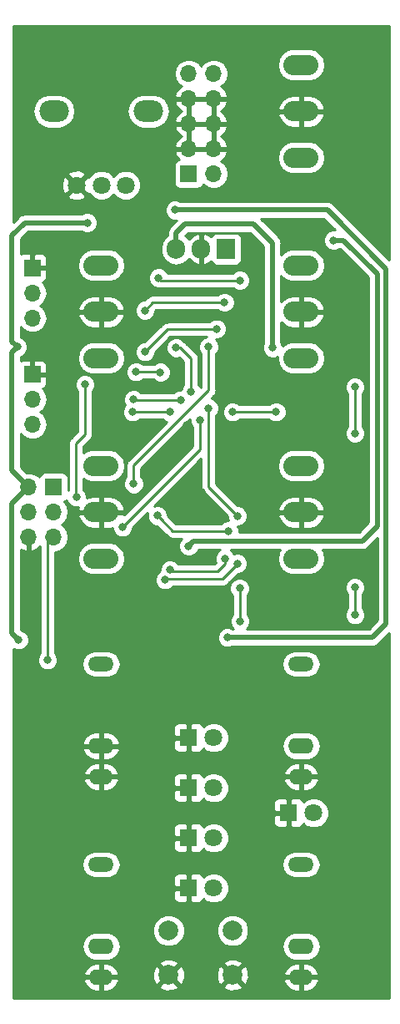
<source format=gbr>
G04 #@! TF.GenerationSoftware,KiCad,Pcbnew,(5.0.0)*
G04 #@! TF.CreationDate,2018-08-20T01:03:39+08:00*
G04 #@! TF.ProjectId,RndSeq,526E645365712E6B696361645F706362,rev?*
G04 #@! TF.SameCoordinates,Original*
G04 #@! TF.FileFunction,Copper,L1,Top,Signal*
G04 #@! TF.FilePolarity,Positive*
%FSLAX46Y46*%
G04 Gerber Fmt 4.6, Leading zero omitted, Abs format (unit mm)*
G04 Created by KiCad (PCBNEW (5.0.0)) date 08/20/18 01:03:39*
%MOMM*%
%LPD*%
G01*
G04 APERTURE LIST*
G04 #@! TA.AperFunction,ComponentPad*
%ADD10R,1.905000X2.000000*%
G04 #@! TD*
G04 #@! TA.AperFunction,ComponentPad*
%ADD11O,1.905000X2.000000*%
G04 #@! TD*
G04 #@! TA.AperFunction,ComponentPad*
%ADD12C,2.000000*%
G04 #@! TD*
G04 #@! TA.AperFunction,ComponentPad*
%ADD13O,1.700000X1.700000*%
G04 #@! TD*
G04 #@! TA.AperFunction,ComponentPad*
%ADD14R,1.700000X1.700000*%
G04 #@! TD*
G04 #@! TA.AperFunction,ComponentPad*
%ADD15R,1.800000X1.800000*%
G04 #@! TD*
G04 #@! TA.AperFunction,ComponentPad*
%ADD16C,1.800000*%
G04 #@! TD*
G04 #@! TA.AperFunction,WasherPad*
%ADD17O,3.000000X2.200000*%
G04 #@! TD*
G04 #@! TA.AperFunction,ComponentPad*
%ADD18O,2.600000X1.500000*%
G04 #@! TD*
G04 #@! TA.AperFunction,ComponentPad*
%ADD19O,2.400000X1.600000*%
G04 #@! TD*
G04 #@! TA.AperFunction,ComponentPad*
%ADD20O,2.600000X1.600000*%
G04 #@! TD*
G04 #@! TA.AperFunction,ComponentPad*
%ADD21O,3.556000X2.032000*%
G04 #@! TD*
G04 #@! TA.AperFunction,ViaPad*
%ADD22C,0.800000*%
G04 #@! TD*
G04 #@! TA.AperFunction,Conductor*
%ADD23C,0.254000*%
G04 #@! TD*
G04 #@! TA.AperFunction,Conductor*
%ADD24C,0.508000*%
G04 #@! TD*
G04 APERTURE END LIST*
D10*
G04 #@! TO.P,U3,1*
G04 #@! TO.N,+12V*
X149672040Y-79098140D03*
D11*
G04 #@! TO.P,U3,2*
G04 #@! TO.N,GND*
X147132040Y-79098140D03*
G04 #@! TO.P,U3,3*
G04 #@! TO.N,+5V*
X144592040Y-79098140D03*
G04 #@! TD*
D12*
G04 #@! TO.P,SW6,2*
G04 #@! TO.N,GND*
X143830040Y-152686140D03*
G04 #@! TO.P,SW6,1*
G04 #@! TO.N,Net-(J2-Pad5)*
X143830040Y-148186140D03*
G04 #@! TO.P,SW6,2*
G04 #@! TO.N,GND*
X150330040Y-152686140D03*
G04 #@! TO.P,SW6,1*
G04 #@! TO.N,Net-(J2-Pad5)*
X150330040Y-148186140D03*
G04 #@! TD*
D13*
G04 #@! TO.P,I2C,3*
G04 #@! TO.N,SDA*
X129987040Y-96878140D03*
G04 #@! TO.P,I2C,2*
G04 #@! TO.N,SCL*
X129987040Y-94338140D03*
D14*
G04 #@! TO.P,I2C,1*
G04 #@! TO.N,GND*
X129987040Y-91798140D03*
G04 #@! TD*
G04 #@! TO.P,SERIAL,1*
G04 #@! TO.N,GND*
X129987040Y-81003140D03*
D13*
G04 #@! TO.P,SERIAL,2*
G04 #@! TO.N,/MCU328/TXD/PD1*
X129987040Y-83543140D03*
G04 #@! TO.P,SERIAL,3*
G04 #@! TO.N,/MCU328/RXD/PD0*
X129987040Y-86083140D03*
G04 #@! TD*
D14*
G04 #@! TO.P,ISP,1*
G04 #@! TO.N,Net-(J2-Pad1)*
X132146040Y-103228140D03*
D13*
G04 #@! TO.P,ISP,2*
G04 #@! TO.N,+5V*
X129606040Y-103228140D03*
G04 #@! TO.P,ISP,3*
G04 #@! TO.N,Net-(J2-Pad3)*
X132146040Y-105768140D03*
G04 #@! TO.P,ISP,4*
G04 #@! TO.N,Net-(J2-Pad4)*
X129606040Y-105768140D03*
G04 #@! TO.P,ISP,5*
G04 #@! TO.N,Net-(J2-Pad5)*
X132146040Y-108308140D03*
G04 #@! TO.P,ISP,6*
G04 #@! TO.N,GND*
X129606040Y-108308140D03*
G04 #@! TD*
D14*
G04 #@! TO.P,J4,1*
G04 #@! TO.N,Net-(D11-Pad1)*
X145862040Y-71478140D03*
D13*
G04 #@! TO.P,J4,2*
X148402040Y-71478140D03*
G04 #@! TO.P,J4,3*
G04 #@! TO.N,GND*
X145862040Y-68938140D03*
G04 #@! TO.P,J4,4*
X148402040Y-68938140D03*
G04 #@! TO.P,J4,5*
X145862040Y-66398140D03*
G04 #@! TO.P,J4,6*
X148402040Y-66398140D03*
G04 #@! TO.P,J4,7*
X145862040Y-63858140D03*
G04 #@! TO.P,J4,8*
X148402040Y-63858140D03*
G04 #@! TO.P,J4,9*
G04 #@! TO.N,Net-(D10-Pad2)*
X145862040Y-61318140D03*
G04 #@! TO.P,J4,10*
X148402040Y-61318140D03*
G04 #@! TD*
D15*
G04 #@! TO.P,D9,1*
G04 #@! TO.N,GND*
X156022040Y-136248140D03*
D16*
G04 #@! TO.P,D9,2*
G04 #@! TO.N,Net-(D9-Pad2)*
X158562040Y-136248140D03*
G04 #@! TD*
G04 #@! TO.P,D8,2*
G04 #@! TO.N,Net-(D8-Pad2)*
X148402040Y-143868140D03*
D15*
G04 #@! TO.P,D8,1*
G04 #@! TO.N,GND*
X145862040Y-143868140D03*
G04 #@! TD*
G04 #@! TO.P,D5,1*
G04 #@! TO.N,GND*
X145862040Y-128628140D03*
D16*
G04 #@! TO.P,D5,2*
G04 #@! TO.N,Net-(D5-Pad2)*
X148402040Y-128628140D03*
G04 #@! TD*
D15*
G04 #@! TO.P,D6,1*
G04 #@! TO.N,GND*
X145862040Y-133708140D03*
D16*
G04 #@! TO.P,D6,2*
G04 #@! TO.N,Net-(D6-Pad2)*
X148402040Y-133708140D03*
G04 #@! TD*
D15*
G04 #@! TO.P,D7,1*
G04 #@! TO.N,GND*
X145862040Y-138788140D03*
D16*
G04 #@! TO.P,D7,2*
G04 #@! TO.N,Net-(D7-Pad2)*
X148402040Y-138788140D03*
G04 #@! TD*
D17*
G04 #@! TO.P,RV1,*
G04 #@! TO.N,*
X132172040Y-65128140D03*
D16*
G04 #@! TO.P,RV1,1*
G04 #@! TO.N,+5V*
X139472040Y-72628150D03*
G04 #@! TO.P,RV1,2*
G04 #@! TO.N,/MCU328/PC0*
X137012040Y-72628150D03*
G04 #@! TO.P,RV1,3*
G04 #@! TO.N,GND*
X134472040Y-72628150D03*
D17*
G04 #@! TO.P,RV1,*
G04 #@! TO.N,*
X141772040Y-65128140D03*
G04 #@! TD*
D18*
G04 #@! TO.P,J-Out1,T*
G04 #@! TO.N,Net-(J-Out1-PadT)*
X157292040Y-121168140D03*
D19*
G04 #@! TO.P,J-Out1,S*
G04 #@! TO.N,GND*
X157292040Y-132568140D03*
D20*
G04 #@! TO.P,J-Out1,TN*
G04 #@! TO.N,Net-(J-Out1-PadTN)*
X157292040Y-129468140D03*
G04 #@! TD*
G04 #@! TO.P,J-Clk1,TN*
G04 #@! TO.N,+5V*
X136972040Y-149788140D03*
D19*
G04 #@! TO.P,J-Clk1,S*
G04 #@! TO.N,GND*
X136972040Y-152888140D03*
D18*
G04 #@! TO.P,J-Clk1,T*
G04 #@! TO.N,Net-(J-Clk1-PadT)*
X136972040Y-141488140D03*
G04 #@! TD*
G04 #@! TO.P,J-CV1,T*
G04 #@! TO.N,Net-(J-CV1-PadT)*
X136972040Y-121168140D03*
D19*
G04 #@! TO.P,J-CV1,S*
G04 #@! TO.N,GND*
X136972040Y-132568140D03*
D20*
G04 #@! TO.P,J-CV1,TN*
X136972040Y-129468140D03*
G04 #@! TD*
G04 #@! TO.P,J-Trig1,TN*
G04 #@! TO.N,Net-(J-Trig1-PadTN)*
X157292040Y-149788140D03*
D19*
G04 #@! TO.P,J-Trig1,S*
G04 #@! TO.N,GND*
X157292040Y-152888140D03*
D18*
G04 #@! TO.P,J-Trig1,T*
G04 #@! TO.N,Net-(J-Trig1-PadT)*
X157292040Y-141488140D03*
G04 #@! TD*
D21*
G04 #@! TO.P,SW1,3*
G04 #@! TO.N,/MCU328/PC3*
X157292040Y-60428140D03*
G04 #@! TO.P,SW1,2*
G04 #@! TO.N,GND*
X157292040Y-65128140D03*
G04 #@! TO.P,SW1,1*
G04 #@! TO.N,/MCU328/PC2*
X157292040Y-69828140D03*
G04 #@! TD*
G04 #@! TO.P,SW4,1*
G04 #@! TO.N,Net-(R4-Pad2)*
X136972040Y-110468140D03*
G04 #@! TO.P,SW4,2*
G04 #@! TO.N,GND*
X136972040Y-105768140D03*
G04 #@! TO.P,SW4,3*
G04 #@! TO.N,Net-(R13-Pad2)*
X136972040Y-101068140D03*
G04 #@! TD*
G04 #@! TO.P,SW2,3*
G04 #@! TO.N,Net-(R11-Pad2)*
X136972040Y-80748140D03*
G04 #@! TO.P,SW2,2*
G04 #@! TO.N,GND*
X136972040Y-85448140D03*
G04 #@! TO.P,SW2,1*
G04 #@! TO.N,Net-(R2-Pad2)*
X136972040Y-90148140D03*
G04 #@! TD*
G04 #@! TO.P,SW3,1*
G04 #@! TO.N,Net-(R3-Pad2)*
X157292040Y-90148140D03*
G04 #@! TO.P,SW3,2*
G04 #@! TO.N,GND*
X157292040Y-85448140D03*
G04 #@! TO.P,SW3,3*
G04 #@! TO.N,Net-(R12-Pad2)*
X157292040Y-80748140D03*
G04 #@! TD*
G04 #@! TO.P,SW5,3*
G04 #@! TO.N,Net-(R14-Pad2)*
X157292040Y-101068140D03*
G04 #@! TO.P,SW5,2*
G04 #@! TO.N,GND*
X157292040Y-105768140D03*
G04 #@! TO.P,SW5,1*
G04 #@! TO.N,Net-(R5-Pad2)*
X157292040Y-110468140D03*
G04 #@! TD*
D22*
G04 #@! TO.N,Net-(R13-Pad2)*
X149926040Y-107673140D03*
X142679782Y-106120398D03*
G04 #@! TO.N,Net-(R12-Pad2)*
X140279531Y-102902175D03*
X147894040Y-89004140D03*
G04 #@! TO.N,Net-(R11-Pad2)*
X151069040Y-82273140D03*
X142814040Y-82019140D03*
G04 #@! TO.N,+5V*
X128590040Y-118722140D03*
X128463040Y-89004140D03*
X154389789Y-89112391D03*
X135575040Y-76431140D03*
G04 #@! TO.N,Net-(R4-Pad2)*
X143449040Y-112626140D03*
X150815040Y-110975140D03*
G04 #@! TO.N,Net-(R3-Pad2)*
X162753040Y-93068140D03*
X162753040Y-97767140D03*
X143957040Y-111610140D03*
X149564072Y-110467140D03*
G04 #@! TO.N,Net-(R2-Pad2)*
X141417040Y-85321140D03*
X149500000Y-84500000D03*
G04 #@! TO.N,/MCU328/PC2*
X141417040Y-89512140D03*
X148700000Y-87200000D03*
G04 #@! TO.N,Net-(J2-Pad5)*
X134451040Y-104244140D03*
X131511040Y-120754140D03*
X140528040Y-91544140D03*
X142985302Y-91588393D03*
X135321040Y-92814140D03*
G04 #@! TO.N,Net-(C12-Pad1)*
X162753040Y-113388140D03*
X162753040Y-116182140D03*
G04 #@! TO.N,SDA*
X143957040Y-95608140D03*
X140147040Y-95608140D03*
G04 #@! TO.N,SCL*
X145100040Y-94395826D03*
X140274040Y-94338140D03*
G04 #@! TO.N,/MCU328/PD3*
X151069040Y-116817140D03*
X150815040Y-106149140D03*
X147894040Y-95227140D03*
X151035529Y-113488700D03*
G04 #@! TO.N,/MCU328/PB1*
X150307040Y-95608140D03*
X154752040Y-95608140D03*
G04 #@! TO.N,/MCU328/PD2*
X139131040Y-107292140D03*
X147032040Y-96468140D03*
G04 #@! TO.N,+12V*
X160594040Y-78209140D03*
X145862040Y-109197140D03*
G04 #@! TO.N,-12V*
X144465040Y-75143140D03*
X149799040Y-118468140D03*
G04 #@! TO.N,/MCU328/PC0*
X146116040Y-93576140D03*
X144600000Y-89100000D03*
G04 #@! TO.N,GND*
X147152907Y-103736191D03*
X153732040Y-92068140D03*
X152632040Y-92068140D03*
X164932040Y-73468140D03*
X163332040Y-73468140D03*
X132332040Y-68268140D03*
X130432040Y-68268140D03*
X145632040Y-97968140D03*
X145632040Y-96968140D03*
X142432040Y-102068140D03*
X143195040Y-108308140D03*
X143383000Y-118745000D03*
X149733000Y-124968000D03*
X152908000Y-120142000D03*
X156800000Y-115100000D03*
X156800000Y-115100000D03*
X156800000Y-115100000D03*
X156800000Y-125200000D03*
X165400000Y-128700000D03*
X129800000Y-131400000D03*
X137200000Y-146100000D03*
X140900000Y-137600000D03*
X157200000Y-144700000D03*
X154100000Y-99700000D03*
X163000000Y-84500000D03*
X150300000Y-86600000D03*
X129700000Y-57900000D03*
G04 #@! TD*
D23*
G04 #@! TO.N,Net-(R13-Pad2)*
X149926040Y-107673140D02*
X144232524Y-107673140D01*
X144232524Y-107673140D02*
X143079781Y-106520397D01*
X143079781Y-106520397D02*
X142679782Y-106120398D01*
G04 #@! TO.N,Net-(R12-Pad2)*
X147894040Y-93406140D02*
X147894040Y-89004140D01*
X140279531Y-102902175D02*
X140279531Y-101020649D01*
X140279531Y-101020649D02*
X147894040Y-93406140D01*
G04 #@! TO.N,Net-(R11-Pad2)*
X143068040Y-82273140D02*
X150503355Y-82273140D01*
X142814040Y-82019140D02*
X143068040Y-82273140D01*
X150503355Y-82273140D02*
X151069040Y-82273140D01*
D24*
G04 #@! TO.N,+5V*
X129606040Y-103228140D02*
X127915050Y-104919130D01*
X127915050Y-104919130D02*
X127915050Y-118047150D01*
X127915050Y-118047150D02*
X128590040Y-118722140D01*
X127915050Y-101537150D02*
X127915050Y-89552130D01*
X129606040Y-103228140D02*
X127915050Y-101537150D01*
X127915050Y-89552130D02*
X128463040Y-89004140D01*
X129225040Y-76431140D02*
X135575040Y-76431140D01*
X127915050Y-88456150D02*
X127915050Y-77741130D01*
X127915050Y-77741130D02*
X129225040Y-76431140D01*
X128463040Y-89004140D02*
X127915050Y-88456150D01*
X144592040Y-77447140D02*
X144592040Y-79098140D01*
X145481040Y-76558140D02*
X144592040Y-77447140D01*
X154389789Y-89112391D02*
X154371040Y-89093642D01*
X154371040Y-89093642D02*
X154371040Y-78463140D01*
X154371040Y-78463140D02*
X152466040Y-76558140D01*
X152466040Y-76558140D02*
X145481040Y-76558140D01*
D23*
G04 #@! TO.N,Net-(R4-Pad2)*
X143576040Y-112499140D02*
X143449040Y-112626140D01*
X149300860Y-112499140D02*
X143576040Y-112499140D01*
X150815040Y-110975140D02*
X150815040Y-110984960D01*
X150815040Y-110984960D02*
X149300860Y-112499140D01*
G04 #@! TO.N,Net-(R3-Pad2)*
X162753040Y-97767140D02*
X162753040Y-93068140D01*
X149564072Y-111035928D02*
X149564072Y-110467140D01*
X148800000Y-111800000D02*
X149564072Y-111035928D01*
X143957040Y-111610140D02*
X144146900Y-111800000D01*
X144146900Y-111800000D02*
X148800000Y-111800000D01*
G04 #@! TO.N,Net-(R2-Pad2)*
X142227540Y-84510640D02*
X141417040Y-85321140D01*
X149500000Y-84500000D02*
X142227540Y-84510640D01*
G04 #@! TO.N,/MCU328/PC2*
X143673541Y-87255639D02*
X141417040Y-89512140D01*
X148700000Y-87200000D02*
X143673541Y-87255639D01*
G04 #@! TO.N,Net-(J2-Pad5)*
X131511040Y-120754140D02*
X131511040Y-108943140D01*
X131511040Y-108943140D02*
X132146040Y-108308140D01*
X140528040Y-91544140D02*
X142941049Y-91544140D01*
X142941049Y-91544140D02*
X142985302Y-91588393D01*
X134432040Y-98783140D02*
X134432040Y-104225140D01*
X134432040Y-104225140D02*
X134451040Y-104244140D01*
X135321040Y-97894140D02*
X134432040Y-98783140D01*
X135321040Y-92814140D02*
X135321040Y-97894140D01*
G04 #@! TO.N,Net-(C12-Pad1)*
X162753040Y-116182140D02*
X162753040Y-113388140D01*
G04 #@! TO.N,SDA*
X143957040Y-95608140D02*
X140147040Y-95608140D01*
G04 #@! TO.N,SCL*
X145100040Y-94395826D02*
X140331726Y-94395826D01*
X140331726Y-94395826D02*
X140274040Y-94338140D01*
G04 #@! TO.N,/MCU328/PD3*
X147894040Y-103228140D02*
X150815040Y-106149140D01*
X147894040Y-95227140D02*
X147894040Y-103228140D01*
X151069040Y-116817140D02*
X151069040Y-113522211D01*
X151069040Y-113522211D02*
X151035529Y-113488700D01*
G04 #@! TO.N,/MCU328/PB1*
X150307040Y-95608140D02*
X154752040Y-95608140D01*
G04 #@! TO.N,/MCU328/PD2*
X143449040Y-102974140D02*
X139131040Y-107292140D01*
X147032040Y-96468140D02*
X147032040Y-99391140D01*
X147032040Y-99391140D02*
X143449040Y-102974140D01*
D24*
G04 #@! TO.N,+12V*
X161610040Y-78209140D02*
X160594040Y-78209140D01*
X165039040Y-81638140D02*
X161610040Y-78209140D01*
X165039040Y-107165140D02*
X165039040Y-81638140D01*
X163515040Y-108689140D02*
X165039040Y-107165140D01*
X145862040Y-109197140D02*
X146370040Y-108689140D01*
X146370040Y-108689140D02*
X163515040Y-108689140D01*
G04 #@! TO.N,-12V*
X144465040Y-75143140D02*
X159941040Y-75143140D01*
X159941040Y-75143140D02*
X165928040Y-81130140D01*
X165928040Y-81130140D02*
X165928040Y-117071140D01*
X164531040Y-118468140D02*
X149799040Y-118468140D01*
X165928040Y-117071140D02*
X164531040Y-118468140D01*
D23*
G04 #@! TO.N,/MCU328/PC0*
X146116040Y-90216040D02*
X146116040Y-93576140D01*
X144600000Y-89100000D02*
X145000000Y-89100000D01*
X145000000Y-89100000D02*
X146116040Y-90216040D01*
G04 #@! TD*
G04 #@! TO.N,GND*
G36*
X166222040Y-80166904D02*
X160631571Y-74576436D01*
X160581973Y-74502207D01*
X160287910Y-74305721D01*
X160028596Y-74254140D01*
X160028595Y-74254140D01*
X159941040Y-74236724D01*
X159853485Y-74254140D01*
X145023390Y-74254140D01*
X144670914Y-74108140D01*
X144259166Y-74108140D01*
X143878760Y-74265709D01*
X143587609Y-74556860D01*
X143430040Y-74937266D01*
X143430040Y-75349014D01*
X143587609Y-75729420D01*
X143878760Y-76020571D01*
X144259166Y-76178140D01*
X144603804Y-76178140D01*
X144025336Y-76756609D01*
X143951107Y-76806207D01*
X143754621Y-77100271D01*
X143710886Y-77320140D01*
X143685624Y-77447140D01*
X143703040Y-77534695D01*
X143703040Y-77735382D01*
X143447517Y-77906117D01*
X143096649Y-78431229D01*
X143004540Y-78894290D01*
X143004540Y-79301989D01*
X143096649Y-79765050D01*
X143447517Y-80290163D01*
X143972629Y-80641031D01*
X144592040Y-80764240D01*
X145211450Y-80641031D01*
X145736563Y-80290163D01*
X145871199Y-80088666D01*
X146265116Y-80474113D01*
X146759060Y-80688703D01*
X147005040Y-80568734D01*
X147005040Y-79225140D01*
X146985040Y-79225140D01*
X146985040Y-78971140D01*
X147005040Y-78971140D01*
X147005040Y-77627546D01*
X147259040Y-77627546D01*
X147259040Y-78971140D01*
X147279040Y-78971140D01*
X147279040Y-79225140D01*
X147259040Y-79225140D01*
X147259040Y-80568734D01*
X147505020Y-80688703D01*
X147998964Y-80474113D01*
X148124785Y-80350997D01*
X148261731Y-80555949D01*
X148471775Y-80696297D01*
X148719540Y-80745580D01*
X150624540Y-80745580D01*
X150872305Y-80696297D01*
X151082349Y-80555949D01*
X151222697Y-80345905D01*
X151271980Y-80098140D01*
X151271980Y-78098140D01*
X151222697Y-77850375D01*
X151082349Y-77640331D01*
X150872305Y-77499983D01*
X150624540Y-77450700D01*
X148719540Y-77450700D01*
X148471775Y-77499983D01*
X148261731Y-77640331D01*
X148124785Y-77845283D01*
X147998964Y-77722167D01*
X147505020Y-77507577D01*
X147259040Y-77627546D01*
X147005040Y-77627546D01*
X146759060Y-77507577D01*
X146265116Y-77722167D01*
X145871199Y-78107614D01*
X145736563Y-77906117D01*
X145528992Y-77767423D01*
X145849276Y-77447140D01*
X152097805Y-77447140D01*
X153482041Y-78831377D01*
X153482040Y-88599305D01*
X153354789Y-88906517D01*
X153354789Y-89318265D01*
X153512358Y-89698671D01*
X153803509Y-89989822D01*
X154183915Y-90147391D01*
X154595663Y-90147391D01*
X154869398Y-90034007D01*
X154846695Y-90148140D01*
X154974832Y-90792328D01*
X155339735Y-91338445D01*
X155885852Y-91703348D01*
X156367431Y-91799140D01*
X158216649Y-91799140D01*
X158698228Y-91703348D01*
X159244345Y-91338445D01*
X159609248Y-90792328D01*
X159737385Y-90148140D01*
X159609248Y-89503952D01*
X159244345Y-88957835D01*
X158698228Y-88592932D01*
X158216649Y-88497140D01*
X156367431Y-88497140D01*
X155885852Y-88592932D01*
X155423000Y-88902199D01*
X155267220Y-88526111D01*
X155260040Y-88518931D01*
X155260040Y-86503072D01*
X155272804Y-86525770D01*
X155780897Y-86924864D01*
X156403040Y-87099140D01*
X157165040Y-87099140D01*
X157165040Y-85575140D01*
X157419040Y-85575140D01*
X157419040Y-87099140D01*
X158181040Y-87099140D01*
X158803183Y-86924864D01*
X159311276Y-86525770D01*
X159627966Y-85962617D01*
X159660015Y-85831084D01*
X159540876Y-85575140D01*
X157419040Y-85575140D01*
X157165040Y-85575140D01*
X157145040Y-85575140D01*
X157145040Y-85321140D01*
X157165040Y-85321140D01*
X157165040Y-83797140D01*
X157419040Y-83797140D01*
X157419040Y-85321140D01*
X159540876Y-85321140D01*
X159660015Y-85065196D01*
X159627966Y-84933663D01*
X159311276Y-84370510D01*
X158803183Y-83971416D01*
X158181040Y-83797140D01*
X157419040Y-83797140D01*
X157165040Y-83797140D01*
X156403040Y-83797140D01*
X155780897Y-83971416D01*
X155272804Y-84370510D01*
X155260040Y-84393208D01*
X155260040Y-81819173D01*
X155339735Y-81938445D01*
X155885852Y-82303348D01*
X156367431Y-82399140D01*
X158216649Y-82399140D01*
X158698228Y-82303348D01*
X159244345Y-81938445D01*
X159609248Y-81392328D01*
X159737385Y-80748140D01*
X159609248Y-80103952D01*
X159244345Y-79557835D01*
X158698228Y-79192932D01*
X158216649Y-79097140D01*
X156367431Y-79097140D01*
X155885852Y-79192932D01*
X155339735Y-79557835D01*
X155260040Y-79677107D01*
X155260040Y-78550695D01*
X155277456Y-78463140D01*
X155255658Y-78353556D01*
X155208459Y-78116270D01*
X155011973Y-77822207D01*
X154937747Y-77772611D01*
X153197275Y-76032140D01*
X159572805Y-76032140D01*
X160714805Y-77174140D01*
X160388166Y-77174140D01*
X160007760Y-77331709D01*
X159716609Y-77622860D01*
X159559040Y-78003266D01*
X159559040Y-78415014D01*
X159716609Y-78795420D01*
X160007760Y-79086571D01*
X160388166Y-79244140D01*
X160799914Y-79244140D01*
X161152390Y-79098140D01*
X161241805Y-79098140D01*
X164150041Y-82006377D01*
X164150040Y-106796904D01*
X163146805Y-107800140D01*
X150961040Y-107800140D01*
X150961040Y-107467266D01*
X150843766Y-107184140D01*
X151020914Y-107184140D01*
X151401320Y-107026571D01*
X151692471Y-106735420D01*
X151850040Y-106355014D01*
X151850040Y-106151084D01*
X154924065Y-106151084D01*
X154956114Y-106282617D01*
X155272804Y-106845770D01*
X155780897Y-107244864D01*
X156403040Y-107419140D01*
X157165040Y-107419140D01*
X157165040Y-105895140D01*
X157419040Y-105895140D01*
X157419040Y-107419140D01*
X158181040Y-107419140D01*
X158803183Y-107244864D01*
X159311276Y-106845770D01*
X159627966Y-106282617D01*
X159660015Y-106151084D01*
X159540876Y-105895140D01*
X157419040Y-105895140D01*
X157165040Y-105895140D01*
X155043204Y-105895140D01*
X154924065Y-106151084D01*
X151850040Y-106151084D01*
X151850040Y-105943266D01*
X151692471Y-105562860D01*
X151514807Y-105385196D01*
X154924065Y-105385196D01*
X155043204Y-105641140D01*
X157165040Y-105641140D01*
X157165040Y-104117140D01*
X157419040Y-104117140D01*
X157419040Y-105641140D01*
X159540876Y-105641140D01*
X159660015Y-105385196D01*
X159627966Y-105253663D01*
X159311276Y-104690510D01*
X158803183Y-104291416D01*
X158181040Y-104117140D01*
X157419040Y-104117140D01*
X157165040Y-104117140D01*
X156403040Y-104117140D01*
X155780897Y-104291416D01*
X155272804Y-104690510D01*
X154956114Y-105253663D01*
X154924065Y-105385196D01*
X151514807Y-105385196D01*
X151401320Y-105271709D01*
X151020914Y-105114140D01*
X150857671Y-105114140D01*
X148656040Y-102912510D01*
X148656040Y-101068140D01*
X154846695Y-101068140D01*
X154974832Y-101712328D01*
X155339735Y-102258445D01*
X155885852Y-102623348D01*
X156367431Y-102719140D01*
X158216649Y-102719140D01*
X158698228Y-102623348D01*
X159244345Y-102258445D01*
X159609248Y-101712328D01*
X159737385Y-101068140D01*
X159609248Y-100423952D01*
X159244345Y-99877835D01*
X158698228Y-99512932D01*
X158216649Y-99417140D01*
X156367431Y-99417140D01*
X155885852Y-99512932D01*
X155339735Y-99877835D01*
X154974832Y-100423952D01*
X154846695Y-101068140D01*
X148656040Y-101068140D01*
X148656040Y-95928851D01*
X148771471Y-95813420D01*
X148929040Y-95433014D01*
X148929040Y-95402266D01*
X149272040Y-95402266D01*
X149272040Y-95814014D01*
X149429609Y-96194420D01*
X149720760Y-96485571D01*
X150101166Y-96643140D01*
X150512914Y-96643140D01*
X150893320Y-96485571D01*
X151008751Y-96370140D01*
X154050329Y-96370140D01*
X154165760Y-96485571D01*
X154546166Y-96643140D01*
X154957914Y-96643140D01*
X155338320Y-96485571D01*
X155629471Y-96194420D01*
X155787040Y-95814014D01*
X155787040Y-95402266D01*
X155629471Y-95021860D01*
X155338320Y-94730709D01*
X154957914Y-94573140D01*
X154546166Y-94573140D01*
X154165760Y-94730709D01*
X154050329Y-94846140D01*
X151008751Y-94846140D01*
X150893320Y-94730709D01*
X150512914Y-94573140D01*
X150101166Y-94573140D01*
X149720760Y-94730709D01*
X149429609Y-95021860D01*
X149272040Y-95402266D01*
X148929040Y-95402266D01*
X148929040Y-95021266D01*
X148771471Y-94640860D01*
X148480320Y-94349709D01*
X148160553Y-94217258D01*
X148379790Y-93998021D01*
X148443411Y-93955511D01*
X148611828Y-93703457D01*
X148656040Y-93481188D01*
X148656040Y-93481183D01*
X148670967Y-93406140D01*
X148656040Y-93331097D01*
X148656040Y-92862266D01*
X161718040Y-92862266D01*
X161718040Y-93274014D01*
X161875609Y-93654420D01*
X161991041Y-93769852D01*
X161991040Y-97065429D01*
X161875609Y-97180860D01*
X161718040Y-97561266D01*
X161718040Y-97973014D01*
X161875609Y-98353420D01*
X162166760Y-98644571D01*
X162547166Y-98802140D01*
X162958914Y-98802140D01*
X163339320Y-98644571D01*
X163630471Y-98353420D01*
X163788040Y-97973014D01*
X163788040Y-97561266D01*
X163630471Y-97180860D01*
X163515040Y-97065429D01*
X163515040Y-93769851D01*
X163630471Y-93654420D01*
X163788040Y-93274014D01*
X163788040Y-92862266D01*
X163630471Y-92481860D01*
X163339320Y-92190709D01*
X162958914Y-92033140D01*
X162547166Y-92033140D01*
X162166760Y-92190709D01*
X161875609Y-92481860D01*
X161718040Y-92862266D01*
X148656040Y-92862266D01*
X148656040Y-89705851D01*
X148771471Y-89590420D01*
X148929040Y-89210014D01*
X148929040Y-88798266D01*
X148771471Y-88417860D01*
X148588611Y-88235000D01*
X148905874Y-88235000D01*
X149286280Y-88077431D01*
X149577431Y-87786280D01*
X149735000Y-87405874D01*
X149735000Y-86994126D01*
X149577431Y-86613720D01*
X149286280Y-86322569D01*
X148905874Y-86165000D01*
X148494126Y-86165000D01*
X148113720Y-86322569D01*
X147990481Y-86445808D01*
X143744408Y-86492809D01*
X143673540Y-86478712D01*
X143594319Y-86494470D01*
X143590064Y-86494517D01*
X143520742Y-86509105D01*
X143376222Y-86537852D01*
X143372581Y-86540285D01*
X143368298Y-86541186D01*
X143246744Y-86624367D01*
X143187792Y-86663757D01*
X143184780Y-86666769D01*
X143118123Y-86712383D01*
X143078649Y-86772900D01*
X141374410Y-88477140D01*
X141211166Y-88477140D01*
X140830760Y-88634709D01*
X140539609Y-88925860D01*
X140382040Y-89306266D01*
X140382040Y-89718014D01*
X140539609Y-90098420D01*
X140830760Y-90389571D01*
X141211166Y-90547140D01*
X141622914Y-90547140D01*
X142003320Y-90389571D01*
X142294471Y-90098420D01*
X142452040Y-89718014D01*
X142452040Y-89554770D01*
X143992659Y-88014152D01*
X147677981Y-87973359D01*
X147307760Y-88126709D01*
X147016609Y-88417860D01*
X146859040Y-88798266D01*
X146859040Y-89210014D01*
X147016609Y-89590420D01*
X147132041Y-89705852D01*
X147132040Y-93090509D01*
X147063536Y-93159013D01*
X146993471Y-92989860D01*
X146878040Y-92874429D01*
X146878040Y-90291083D01*
X146892967Y-90216040D01*
X146878040Y-90140997D01*
X146878040Y-90140992D01*
X146833828Y-89918723D01*
X146665411Y-89666669D01*
X146601790Y-89624159D01*
X145591883Y-88614253D01*
X145549371Y-88550629D01*
X145443799Y-88480088D01*
X145186280Y-88222569D01*
X144805874Y-88065000D01*
X144394126Y-88065000D01*
X144013720Y-88222569D01*
X143722569Y-88513720D01*
X143565000Y-88894126D01*
X143565000Y-89305874D01*
X143722569Y-89686280D01*
X144013720Y-89977431D01*
X144394126Y-90135000D01*
X144805874Y-90135000D01*
X144912998Y-90090628D01*
X145354040Y-90531671D01*
X145354041Y-92874428D01*
X145238609Y-92989860D01*
X145084950Y-93360826D01*
X144894166Y-93360826D01*
X144513760Y-93518395D01*
X144398329Y-93633826D01*
X141033437Y-93633826D01*
X140860320Y-93460709D01*
X140479914Y-93303140D01*
X140068166Y-93303140D01*
X139687760Y-93460709D01*
X139396609Y-93751860D01*
X139239040Y-94132266D01*
X139239040Y-94544014D01*
X139387951Y-94903518D01*
X139269609Y-95021860D01*
X139112040Y-95402266D01*
X139112040Y-95814014D01*
X139269609Y-96194420D01*
X139560760Y-96485571D01*
X139941166Y-96643140D01*
X140352914Y-96643140D01*
X140733320Y-96485571D01*
X140848751Y-96370140D01*
X143255329Y-96370140D01*
X143370760Y-96485571D01*
X143629716Y-96592834D01*
X139793782Y-100428768D01*
X139730161Y-100471278D01*
X139687650Y-100534900D01*
X139687649Y-100534901D01*
X139561744Y-100723332D01*
X139502604Y-101020649D01*
X139517532Y-101095697D01*
X139517531Y-102200464D01*
X139402100Y-102315895D01*
X139244531Y-102696301D01*
X139244531Y-103108049D01*
X139402100Y-103488455D01*
X139693251Y-103779606D01*
X140073657Y-103937175D01*
X140485405Y-103937175D01*
X140865811Y-103779606D01*
X141156962Y-103488455D01*
X141314531Y-103108049D01*
X141314531Y-102696301D01*
X141156962Y-102315895D01*
X141041531Y-102200464D01*
X141041531Y-101336279D01*
X145997040Y-96380771D01*
X145997040Y-96674014D01*
X146154609Y-97054420D01*
X146270040Y-97169851D01*
X146270041Y-99075508D01*
X142963294Y-102382256D01*
X142963291Y-102382258D01*
X139293784Y-106051766D01*
X139220876Y-105895140D01*
X137099040Y-105895140D01*
X137099040Y-107419140D01*
X137861040Y-107419140D01*
X138096040Y-107353311D01*
X138096040Y-107498014D01*
X138253609Y-107878420D01*
X138544760Y-108169571D01*
X138925166Y-108327140D01*
X139336914Y-108327140D01*
X139717320Y-108169571D01*
X140008471Y-107878420D01*
X140166040Y-107498014D01*
X140166040Y-107334770D01*
X141686144Y-105814666D01*
X141644782Y-105914524D01*
X141644782Y-106326272D01*
X141802351Y-106706678D01*
X142093502Y-106997829D01*
X142473908Y-107155398D01*
X142637152Y-107155398D01*
X143640642Y-108158889D01*
X143683153Y-108222511D01*
X143935207Y-108390928D01*
X144157476Y-108435140D01*
X144157477Y-108435140D01*
X144232524Y-108450068D01*
X144307571Y-108435140D01*
X145160329Y-108435140D01*
X144984609Y-108610860D01*
X144827040Y-108991266D01*
X144827040Y-109403014D01*
X144984609Y-109783420D01*
X145275760Y-110074571D01*
X145656166Y-110232140D01*
X146067914Y-110232140D01*
X146448320Y-110074571D01*
X146739471Y-109783420D01*
X146824501Y-109578140D01*
X149005722Y-109578140D01*
X148977792Y-109589709D01*
X148686641Y-109880860D01*
X148529072Y-110261266D01*
X148529072Y-110673014D01*
X148622881Y-110899489D01*
X148484370Y-111038000D01*
X144840328Y-111038000D01*
X144834471Y-111023860D01*
X144543320Y-110732709D01*
X144162914Y-110575140D01*
X143751166Y-110575140D01*
X143370760Y-110732709D01*
X143079609Y-111023860D01*
X142922040Y-111404266D01*
X142922040Y-111724154D01*
X142862760Y-111748709D01*
X142571609Y-112039860D01*
X142414040Y-112420266D01*
X142414040Y-112832014D01*
X142571609Y-113212420D01*
X142862760Y-113503571D01*
X143243166Y-113661140D01*
X143654914Y-113661140D01*
X144035320Y-113503571D01*
X144277751Y-113261140D01*
X149225817Y-113261140D01*
X149300860Y-113276067D01*
X149375903Y-113261140D01*
X149375908Y-113261140D01*
X149598177Y-113216928D01*
X149850231Y-113048511D01*
X149892743Y-112984887D01*
X150867491Y-112010140D01*
X151020914Y-112010140D01*
X151401320Y-111852571D01*
X151692471Y-111561420D01*
X151850040Y-111181014D01*
X151850040Y-110769266D01*
X151692471Y-110388860D01*
X151401320Y-110097709D01*
X151020914Y-109940140D01*
X150609166Y-109940140D01*
X150487015Y-109990736D01*
X150441503Y-109880860D01*
X150150352Y-109589709D01*
X150122422Y-109578140D01*
X155139078Y-109578140D01*
X154974832Y-109823952D01*
X154846695Y-110468140D01*
X154974832Y-111112328D01*
X155339735Y-111658445D01*
X155885852Y-112023348D01*
X156367431Y-112119140D01*
X158216649Y-112119140D01*
X158698228Y-112023348D01*
X159244345Y-111658445D01*
X159609248Y-111112328D01*
X159737385Y-110468140D01*
X159609248Y-109823952D01*
X159445002Y-109578140D01*
X163427485Y-109578140D01*
X163515040Y-109595556D01*
X163602595Y-109578140D01*
X163602596Y-109578140D01*
X163861910Y-109526559D01*
X164155973Y-109330073D01*
X164205571Y-109255844D01*
X165039041Y-108422375D01*
X165039041Y-116702903D01*
X164162805Y-117579140D01*
X151770751Y-117579140D01*
X151946471Y-117403420D01*
X152104040Y-117023014D01*
X152104040Y-116611266D01*
X151946471Y-116230860D01*
X151831040Y-116115429D01*
X151831040Y-114156900D01*
X151912960Y-114074980D01*
X152070529Y-113694574D01*
X152070529Y-113282826D01*
X152028876Y-113182266D01*
X161718040Y-113182266D01*
X161718040Y-113594014D01*
X161875609Y-113974420D01*
X161991041Y-114089852D01*
X161991040Y-115480429D01*
X161875609Y-115595860D01*
X161718040Y-115976266D01*
X161718040Y-116388014D01*
X161875609Y-116768420D01*
X162166760Y-117059571D01*
X162547166Y-117217140D01*
X162958914Y-117217140D01*
X163339320Y-117059571D01*
X163630471Y-116768420D01*
X163788040Y-116388014D01*
X163788040Y-115976266D01*
X163630471Y-115595860D01*
X163515040Y-115480429D01*
X163515040Y-114089851D01*
X163630471Y-113974420D01*
X163788040Y-113594014D01*
X163788040Y-113182266D01*
X163630471Y-112801860D01*
X163339320Y-112510709D01*
X162958914Y-112353140D01*
X162547166Y-112353140D01*
X162166760Y-112510709D01*
X161875609Y-112801860D01*
X161718040Y-113182266D01*
X152028876Y-113182266D01*
X151912960Y-112902420D01*
X151621809Y-112611269D01*
X151241403Y-112453700D01*
X150829655Y-112453700D01*
X150449249Y-112611269D01*
X150158098Y-112902420D01*
X150000529Y-113282826D01*
X150000529Y-113694574D01*
X150158098Y-114074980D01*
X150307041Y-114223923D01*
X150307040Y-116115429D01*
X150191609Y-116230860D01*
X150034040Y-116611266D01*
X150034040Y-117023014D01*
X150191609Y-117403420D01*
X150367329Y-117579140D01*
X150357390Y-117579140D01*
X150004914Y-117433140D01*
X149593166Y-117433140D01*
X149212760Y-117590709D01*
X148921609Y-117881860D01*
X148764040Y-118262266D01*
X148764040Y-118674014D01*
X148921609Y-119054420D01*
X149212760Y-119345571D01*
X149593166Y-119503140D01*
X150004914Y-119503140D01*
X150357390Y-119357140D01*
X164443485Y-119357140D01*
X164531040Y-119374556D01*
X164618595Y-119357140D01*
X164618596Y-119357140D01*
X164877910Y-119305559D01*
X165171973Y-119109073D01*
X165221571Y-119034844D01*
X166222041Y-118034375D01*
X166222041Y-155058140D01*
X128042040Y-155058140D01*
X128042040Y-153237179D01*
X135180136Y-153237179D01*
X135197673Y-153319959D01*
X135467540Y-153813036D01*
X135905557Y-154165306D01*
X136445040Y-154323140D01*
X136845040Y-154323140D01*
X136845040Y-153015140D01*
X137099040Y-153015140D01*
X137099040Y-154323140D01*
X137499040Y-154323140D01*
X138038523Y-154165306D01*
X138444663Y-153838672D01*
X142857113Y-153838672D01*
X142955776Y-154105527D01*
X143565501Y-154332048D01*
X144215500Y-154307996D01*
X144704304Y-154105527D01*
X144802967Y-153838672D01*
X149357113Y-153838672D01*
X149455776Y-154105527D01*
X150065501Y-154332048D01*
X150715500Y-154307996D01*
X151204304Y-154105527D01*
X151302967Y-153838672D01*
X150330040Y-152865745D01*
X149357113Y-153838672D01*
X144802967Y-153838672D01*
X143830040Y-152865745D01*
X142857113Y-153838672D01*
X138444663Y-153838672D01*
X138476540Y-153813036D01*
X138746407Y-153319959D01*
X138763944Y-153237179D01*
X138641955Y-153015140D01*
X137099040Y-153015140D01*
X136845040Y-153015140D01*
X135302125Y-153015140D01*
X135180136Y-153237179D01*
X128042040Y-153237179D01*
X128042040Y-152539101D01*
X135180136Y-152539101D01*
X135302125Y-152761140D01*
X136845040Y-152761140D01*
X136845040Y-151453140D01*
X137099040Y-151453140D01*
X137099040Y-152761140D01*
X138641955Y-152761140D01*
X138763944Y-152539101D01*
X138746407Y-152456321D01*
X138727405Y-152421601D01*
X142184132Y-152421601D01*
X142208184Y-153071600D01*
X142410653Y-153560404D01*
X142677508Y-153659067D01*
X143650435Y-152686140D01*
X144009645Y-152686140D01*
X144982572Y-153659067D01*
X145249427Y-153560404D01*
X145475948Y-152950679D01*
X145456371Y-152421601D01*
X148684132Y-152421601D01*
X148708184Y-153071600D01*
X148910653Y-153560404D01*
X149177508Y-153659067D01*
X150150435Y-152686140D01*
X150509645Y-152686140D01*
X151482572Y-153659067D01*
X151749427Y-153560404D01*
X151869509Y-153237179D01*
X155500136Y-153237179D01*
X155517673Y-153319959D01*
X155787540Y-153813036D01*
X156225557Y-154165306D01*
X156765040Y-154323140D01*
X157165040Y-154323140D01*
X157165040Y-153015140D01*
X157419040Y-153015140D01*
X157419040Y-154323140D01*
X157819040Y-154323140D01*
X158358523Y-154165306D01*
X158796540Y-153813036D01*
X159066407Y-153319959D01*
X159083944Y-153237179D01*
X158961955Y-153015140D01*
X157419040Y-153015140D01*
X157165040Y-153015140D01*
X155622125Y-153015140D01*
X155500136Y-153237179D01*
X151869509Y-153237179D01*
X151975948Y-152950679D01*
X151960719Y-152539101D01*
X155500136Y-152539101D01*
X155622125Y-152761140D01*
X157165040Y-152761140D01*
X157165040Y-151453140D01*
X157419040Y-151453140D01*
X157419040Y-152761140D01*
X158961955Y-152761140D01*
X159083944Y-152539101D01*
X159066407Y-152456321D01*
X158796540Y-151963244D01*
X158358523Y-151610974D01*
X157819040Y-151453140D01*
X157419040Y-151453140D01*
X157165040Y-151453140D01*
X156765040Y-151453140D01*
X156225557Y-151610974D01*
X155787540Y-151963244D01*
X155517673Y-152456321D01*
X155500136Y-152539101D01*
X151960719Y-152539101D01*
X151951896Y-152300680D01*
X151749427Y-151811876D01*
X151482572Y-151713213D01*
X150509645Y-152686140D01*
X150150435Y-152686140D01*
X149177508Y-151713213D01*
X148910653Y-151811876D01*
X148684132Y-152421601D01*
X145456371Y-152421601D01*
X145451896Y-152300680D01*
X145249427Y-151811876D01*
X144982572Y-151713213D01*
X144009645Y-152686140D01*
X143650435Y-152686140D01*
X142677508Y-151713213D01*
X142410653Y-151811876D01*
X142184132Y-152421601D01*
X138727405Y-152421601D01*
X138476540Y-151963244D01*
X138038523Y-151610974D01*
X137774083Y-151533608D01*
X142857113Y-151533608D01*
X143830040Y-152506535D01*
X144802967Y-151533608D01*
X149357113Y-151533608D01*
X150330040Y-152506535D01*
X151302967Y-151533608D01*
X151204304Y-151266753D01*
X150594579Y-151040232D01*
X149944580Y-151064284D01*
X149455776Y-151266753D01*
X149357113Y-151533608D01*
X144802967Y-151533608D01*
X144704304Y-151266753D01*
X144094579Y-151040232D01*
X143444580Y-151064284D01*
X142955776Y-151266753D01*
X142857113Y-151533608D01*
X137774083Y-151533608D01*
X137499040Y-151453140D01*
X137099040Y-151453140D01*
X136845040Y-151453140D01*
X136445040Y-151453140D01*
X135905557Y-151610974D01*
X135467540Y-151963244D01*
X135197673Y-152456321D01*
X135180136Y-152539101D01*
X128042040Y-152539101D01*
X128042040Y-149788140D01*
X135008927Y-149788140D01*
X135120300Y-150348049D01*
X135437463Y-150822717D01*
X135912131Y-151139880D01*
X136330707Y-151223140D01*
X137613373Y-151223140D01*
X138031949Y-151139880D01*
X138506617Y-150822717D01*
X138823780Y-150348049D01*
X138935153Y-149788140D01*
X138823780Y-149228231D01*
X138506617Y-148753563D01*
X138031949Y-148436400D01*
X137613373Y-148353140D01*
X136330707Y-148353140D01*
X135912131Y-148436400D01*
X135437463Y-148753563D01*
X135120300Y-149228231D01*
X135008927Y-149788140D01*
X128042040Y-149788140D01*
X128042040Y-147860918D01*
X142195040Y-147860918D01*
X142195040Y-148511362D01*
X142443954Y-149112293D01*
X142903887Y-149572226D01*
X143504818Y-149821140D01*
X144155262Y-149821140D01*
X144756193Y-149572226D01*
X145216126Y-149112293D01*
X145465040Y-148511362D01*
X145465040Y-147860918D01*
X148695040Y-147860918D01*
X148695040Y-148511362D01*
X148943954Y-149112293D01*
X149403887Y-149572226D01*
X150004818Y-149821140D01*
X150655262Y-149821140D01*
X150734930Y-149788140D01*
X155328927Y-149788140D01*
X155440300Y-150348049D01*
X155757463Y-150822717D01*
X156232131Y-151139880D01*
X156650707Y-151223140D01*
X157933373Y-151223140D01*
X158351949Y-151139880D01*
X158826617Y-150822717D01*
X159143780Y-150348049D01*
X159255153Y-149788140D01*
X159143780Y-149228231D01*
X158826617Y-148753563D01*
X158351949Y-148436400D01*
X157933373Y-148353140D01*
X156650707Y-148353140D01*
X156232131Y-148436400D01*
X155757463Y-148753563D01*
X155440300Y-149228231D01*
X155328927Y-149788140D01*
X150734930Y-149788140D01*
X151256193Y-149572226D01*
X151716126Y-149112293D01*
X151965040Y-148511362D01*
X151965040Y-147860918D01*
X151716126Y-147259987D01*
X151256193Y-146800054D01*
X150655262Y-146551140D01*
X150004818Y-146551140D01*
X149403887Y-146800054D01*
X148943954Y-147259987D01*
X148695040Y-147860918D01*
X145465040Y-147860918D01*
X145216126Y-147259987D01*
X144756193Y-146800054D01*
X144155262Y-146551140D01*
X143504818Y-146551140D01*
X142903887Y-146800054D01*
X142443954Y-147259987D01*
X142195040Y-147860918D01*
X128042040Y-147860918D01*
X128042040Y-144153890D01*
X144327040Y-144153890D01*
X144327040Y-144894450D01*
X144423713Y-145127839D01*
X144602342Y-145306467D01*
X144835731Y-145403140D01*
X145576290Y-145403140D01*
X145735040Y-145244390D01*
X145735040Y-143995140D01*
X144485790Y-143995140D01*
X144327040Y-144153890D01*
X128042040Y-144153890D01*
X128042040Y-141488140D01*
X135009907Y-141488140D01*
X135117399Y-142028540D01*
X135423511Y-142486669D01*
X135881640Y-142792781D01*
X136285633Y-142873140D01*
X137658447Y-142873140D01*
X137815853Y-142841830D01*
X144327040Y-142841830D01*
X144327040Y-143582390D01*
X144485790Y-143741140D01*
X145735040Y-143741140D01*
X145735040Y-142491890D01*
X145989040Y-142491890D01*
X145989040Y-143741140D01*
X146009040Y-143741140D01*
X146009040Y-143995140D01*
X145989040Y-143995140D01*
X145989040Y-145244390D01*
X146147790Y-145403140D01*
X146888349Y-145403140D01*
X147121738Y-145306467D01*
X147300367Y-145127839D01*
X147356179Y-144993096D01*
X147532533Y-145169450D01*
X148096710Y-145403140D01*
X148707370Y-145403140D01*
X149271547Y-145169450D01*
X149703350Y-144737647D01*
X149937040Y-144173470D01*
X149937040Y-143562810D01*
X149703350Y-142998633D01*
X149271547Y-142566830D01*
X148707370Y-142333140D01*
X148096710Y-142333140D01*
X147532533Y-142566830D01*
X147356179Y-142743184D01*
X147300367Y-142608441D01*
X147121738Y-142429813D01*
X146888349Y-142333140D01*
X146147790Y-142333140D01*
X145989040Y-142491890D01*
X145735040Y-142491890D01*
X145576290Y-142333140D01*
X144835731Y-142333140D01*
X144602342Y-142429813D01*
X144423713Y-142608441D01*
X144327040Y-142841830D01*
X137815853Y-142841830D01*
X138062440Y-142792781D01*
X138520569Y-142486669D01*
X138826681Y-142028540D01*
X138934173Y-141488140D01*
X155329907Y-141488140D01*
X155437399Y-142028540D01*
X155743511Y-142486669D01*
X156201640Y-142792781D01*
X156605633Y-142873140D01*
X157978447Y-142873140D01*
X158382440Y-142792781D01*
X158840569Y-142486669D01*
X159146681Y-142028540D01*
X159254173Y-141488140D01*
X159146681Y-140947740D01*
X158840569Y-140489611D01*
X158382440Y-140183499D01*
X157978447Y-140103140D01*
X156605633Y-140103140D01*
X156201640Y-140183499D01*
X155743511Y-140489611D01*
X155437399Y-140947740D01*
X155329907Y-141488140D01*
X138934173Y-141488140D01*
X138826681Y-140947740D01*
X138520569Y-140489611D01*
X138062440Y-140183499D01*
X137658447Y-140103140D01*
X136285633Y-140103140D01*
X135881640Y-140183499D01*
X135423511Y-140489611D01*
X135117399Y-140947740D01*
X135009907Y-141488140D01*
X128042040Y-141488140D01*
X128042040Y-139073890D01*
X144327040Y-139073890D01*
X144327040Y-139814450D01*
X144423713Y-140047839D01*
X144602342Y-140226467D01*
X144835731Y-140323140D01*
X145576290Y-140323140D01*
X145735040Y-140164390D01*
X145735040Y-138915140D01*
X144485790Y-138915140D01*
X144327040Y-139073890D01*
X128042040Y-139073890D01*
X128042040Y-137761830D01*
X144327040Y-137761830D01*
X144327040Y-138502390D01*
X144485790Y-138661140D01*
X145735040Y-138661140D01*
X145735040Y-137411890D01*
X145989040Y-137411890D01*
X145989040Y-138661140D01*
X146009040Y-138661140D01*
X146009040Y-138915140D01*
X145989040Y-138915140D01*
X145989040Y-140164390D01*
X146147790Y-140323140D01*
X146888349Y-140323140D01*
X147121738Y-140226467D01*
X147300367Y-140047839D01*
X147356179Y-139913096D01*
X147532533Y-140089450D01*
X148096710Y-140323140D01*
X148707370Y-140323140D01*
X149271547Y-140089450D01*
X149703350Y-139657647D01*
X149937040Y-139093470D01*
X149937040Y-138482810D01*
X149703350Y-137918633D01*
X149271547Y-137486830D01*
X148707370Y-137253140D01*
X148096710Y-137253140D01*
X147532533Y-137486830D01*
X147356179Y-137663184D01*
X147300367Y-137528441D01*
X147121738Y-137349813D01*
X146888349Y-137253140D01*
X146147790Y-137253140D01*
X145989040Y-137411890D01*
X145735040Y-137411890D01*
X145576290Y-137253140D01*
X144835731Y-137253140D01*
X144602342Y-137349813D01*
X144423713Y-137528441D01*
X144327040Y-137761830D01*
X128042040Y-137761830D01*
X128042040Y-136533890D01*
X154487040Y-136533890D01*
X154487040Y-137274450D01*
X154583713Y-137507839D01*
X154762342Y-137686467D01*
X154995731Y-137783140D01*
X155736290Y-137783140D01*
X155895040Y-137624390D01*
X155895040Y-136375140D01*
X154645790Y-136375140D01*
X154487040Y-136533890D01*
X128042040Y-136533890D01*
X128042040Y-132917179D01*
X135180136Y-132917179D01*
X135197673Y-132999959D01*
X135467540Y-133493036D01*
X135905557Y-133845306D01*
X136445040Y-134003140D01*
X136845040Y-134003140D01*
X136845040Y-132695140D01*
X137099040Y-132695140D01*
X137099040Y-134003140D01*
X137499040Y-134003140D01*
X137530656Y-133993890D01*
X144327040Y-133993890D01*
X144327040Y-134734450D01*
X144423713Y-134967839D01*
X144602342Y-135146467D01*
X144835731Y-135243140D01*
X145576290Y-135243140D01*
X145735040Y-135084390D01*
X145735040Y-133835140D01*
X144485790Y-133835140D01*
X144327040Y-133993890D01*
X137530656Y-133993890D01*
X138038523Y-133845306D01*
X138476540Y-133493036D01*
X138746407Y-132999959D01*
X138763944Y-132917179D01*
X138641955Y-132695140D01*
X137099040Y-132695140D01*
X136845040Y-132695140D01*
X135302125Y-132695140D01*
X135180136Y-132917179D01*
X128042040Y-132917179D01*
X128042040Y-132681830D01*
X144327040Y-132681830D01*
X144327040Y-133422390D01*
X144485790Y-133581140D01*
X145735040Y-133581140D01*
X145735040Y-132331890D01*
X145989040Y-132331890D01*
X145989040Y-133581140D01*
X146009040Y-133581140D01*
X146009040Y-133835140D01*
X145989040Y-133835140D01*
X145989040Y-135084390D01*
X146147790Y-135243140D01*
X146888349Y-135243140D01*
X147121738Y-135146467D01*
X147300367Y-134967839D01*
X147356179Y-134833096D01*
X147532533Y-135009450D01*
X148096710Y-135243140D01*
X148707370Y-135243140D01*
X148758816Y-135221830D01*
X154487040Y-135221830D01*
X154487040Y-135962390D01*
X154645790Y-136121140D01*
X155895040Y-136121140D01*
X155895040Y-134871890D01*
X156149040Y-134871890D01*
X156149040Y-136121140D01*
X156169040Y-136121140D01*
X156169040Y-136375140D01*
X156149040Y-136375140D01*
X156149040Y-137624390D01*
X156307790Y-137783140D01*
X157048349Y-137783140D01*
X157281738Y-137686467D01*
X157460367Y-137507839D01*
X157516179Y-137373096D01*
X157692533Y-137549450D01*
X158256710Y-137783140D01*
X158867370Y-137783140D01*
X159431547Y-137549450D01*
X159863350Y-137117647D01*
X160097040Y-136553470D01*
X160097040Y-135942810D01*
X159863350Y-135378633D01*
X159431547Y-134946830D01*
X158867370Y-134713140D01*
X158256710Y-134713140D01*
X157692533Y-134946830D01*
X157516179Y-135123184D01*
X157460367Y-134988441D01*
X157281738Y-134809813D01*
X157048349Y-134713140D01*
X156307790Y-134713140D01*
X156149040Y-134871890D01*
X155895040Y-134871890D01*
X155736290Y-134713140D01*
X154995731Y-134713140D01*
X154762342Y-134809813D01*
X154583713Y-134988441D01*
X154487040Y-135221830D01*
X148758816Y-135221830D01*
X149271547Y-135009450D01*
X149703350Y-134577647D01*
X149937040Y-134013470D01*
X149937040Y-133402810D01*
X149735885Y-132917179D01*
X155500136Y-132917179D01*
X155517673Y-132999959D01*
X155787540Y-133493036D01*
X156225557Y-133845306D01*
X156765040Y-134003140D01*
X157165040Y-134003140D01*
X157165040Y-132695140D01*
X157419040Y-132695140D01*
X157419040Y-134003140D01*
X157819040Y-134003140D01*
X158358523Y-133845306D01*
X158796540Y-133493036D01*
X159066407Y-132999959D01*
X159083944Y-132917179D01*
X158961955Y-132695140D01*
X157419040Y-132695140D01*
X157165040Y-132695140D01*
X155622125Y-132695140D01*
X155500136Y-132917179D01*
X149735885Y-132917179D01*
X149703350Y-132838633D01*
X149271547Y-132406830D01*
X148818330Y-132219101D01*
X155500136Y-132219101D01*
X155622125Y-132441140D01*
X157165040Y-132441140D01*
X157165040Y-131133140D01*
X157419040Y-131133140D01*
X157419040Y-132441140D01*
X158961955Y-132441140D01*
X159083944Y-132219101D01*
X159066407Y-132136321D01*
X158796540Y-131643244D01*
X158358523Y-131290974D01*
X157819040Y-131133140D01*
X157419040Y-131133140D01*
X157165040Y-131133140D01*
X156765040Y-131133140D01*
X156225557Y-131290974D01*
X155787540Y-131643244D01*
X155517673Y-132136321D01*
X155500136Y-132219101D01*
X148818330Y-132219101D01*
X148707370Y-132173140D01*
X148096710Y-132173140D01*
X147532533Y-132406830D01*
X147356179Y-132583184D01*
X147300367Y-132448441D01*
X147121738Y-132269813D01*
X146888349Y-132173140D01*
X146147790Y-132173140D01*
X145989040Y-132331890D01*
X145735040Y-132331890D01*
X145576290Y-132173140D01*
X144835731Y-132173140D01*
X144602342Y-132269813D01*
X144423713Y-132448441D01*
X144327040Y-132681830D01*
X128042040Y-132681830D01*
X128042040Y-132219101D01*
X135180136Y-132219101D01*
X135302125Y-132441140D01*
X136845040Y-132441140D01*
X136845040Y-131133140D01*
X137099040Y-131133140D01*
X137099040Y-132441140D01*
X138641955Y-132441140D01*
X138763944Y-132219101D01*
X138746407Y-132136321D01*
X138476540Y-131643244D01*
X138038523Y-131290974D01*
X137499040Y-131133140D01*
X137099040Y-131133140D01*
X136845040Y-131133140D01*
X136445040Y-131133140D01*
X135905557Y-131290974D01*
X135467540Y-131643244D01*
X135197673Y-132136321D01*
X135180136Y-132219101D01*
X128042040Y-132219101D01*
X128042040Y-129817179D01*
X135080136Y-129817179D01*
X135097673Y-129899959D01*
X135367540Y-130393036D01*
X135805557Y-130745306D01*
X136345040Y-130903140D01*
X136845040Y-130903140D01*
X136845040Y-129595140D01*
X137099040Y-129595140D01*
X137099040Y-130903140D01*
X137599040Y-130903140D01*
X138138523Y-130745306D01*
X138576540Y-130393036D01*
X138846407Y-129899959D01*
X138863944Y-129817179D01*
X138741955Y-129595140D01*
X137099040Y-129595140D01*
X136845040Y-129595140D01*
X135202125Y-129595140D01*
X135080136Y-129817179D01*
X128042040Y-129817179D01*
X128042040Y-129119101D01*
X135080136Y-129119101D01*
X135202125Y-129341140D01*
X136845040Y-129341140D01*
X136845040Y-128033140D01*
X137099040Y-128033140D01*
X137099040Y-129341140D01*
X138741955Y-129341140D01*
X138863944Y-129119101D01*
X138846407Y-129036321D01*
X138779400Y-128913890D01*
X144327040Y-128913890D01*
X144327040Y-129654450D01*
X144423713Y-129887839D01*
X144602342Y-130066467D01*
X144835731Y-130163140D01*
X145576290Y-130163140D01*
X145735040Y-130004390D01*
X145735040Y-128755140D01*
X144485790Y-128755140D01*
X144327040Y-128913890D01*
X138779400Y-128913890D01*
X138576540Y-128543244D01*
X138138523Y-128190974D01*
X137599040Y-128033140D01*
X137099040Y-128033140D01*
X136845040Y-128033140D01*
X136345040Y-128033140D01*
X135805557Y-128190974D01*
X135367540Y-128543244D01*
X135097673Y-129036321D01*
X135080136Y-129119101D01*
X128042040Y-129119101D01*
X128042040Y-127601830D01*
X144327040Y-127601830D01*
X144327040Y-128342390D01*
X144485790Y-128501140D01*
X145735040Y-128501140D01*
X145735040Y-127251890D01*
X145989040Y-127251890D01*
X145989040Y-128501140D01*
X146009040Y-128501140D01*
X146009040Y-128755140D01*
X145989040Y-128755140D01*
X145989040Y-130004390D01*
X146147790Y-130163140D01*
X146888349Y-130163140D01*
X147121738Y-130066467D01*
X147300367Y-129887839D01*
X147356179Y-129753096D01*
X147532533Y-129929450D01*
X148096710Y-130163140D01*
X148707370Y-130163140D01*
X149271547Y-129929450D01*
X149703350Y-129497647D01*
X149715572Y-129468140D01*
X155328927Y-129468140D01*
X155440300Y-130028049D01*
X155757463Y-130502717D01*
X156232131Y-130819880D01*
X156650707Y-130903140D01*
X157933373Y-130903140D01*
X158351949Y-130819880D01*
X158826617Y-130502717D01*
X159143780Y-130028049D01*
X159255153Y-129468140D01*
X159143780Y-128908231D01*
X158826617Y-128433563D01*
X158351949Y-128116400D01*
X157933373Y-128033140D01*
X156650707Y-128033140D01*
X156232131Y-128116400D01*
X155757463Y-128433563D01*
X155440300Y-128908231D01*
X155328927Y-129468140D01*
X149715572Y-129468140D01*
X149937040Y-128933470D01*
X149937040Y-128322810D01*
X149703350Y-127758633D01*
X149271547Y-127326830D01*
X148707370Y-127093140D01*
X148096710Y-127093140D01*
X147532533Y-127326830D01*
X147356179Y-127503184D01*
X147300367Y-127368441D01*
X147121738Y-127189813D01*
X146888349Y-127093140D01*
X146147790Y-127093140D01*
X145989040Y-127251890D01*
X145735040Y-127251890D01*
X145576290Y-127093140D01*
X144835731Y-127093140D01*
X144602342Y-127189813D01*
X144423713Y-127368441D01*
X144327040Y-127601830D01*
X128042040Y-127601830D01*
X128042040Y-119615427D01*
X128384166Y-119757140D01*
X128795914Y-119757140D01*
X129176320Y-119599571D01*
X129467471Y-119308420D01*
X129625040Y-118928014D01*
X129625040Y-118516266D01*
X129467471Y-118135860D01*
X129176320Y-117844709D01*
X128823845Y-117698709D01*
X128804050Y-117678915D01*
X128804050Y-109540596D01*
X129249148Y-109749626D01*
X129479040Y-109628959D01*
X129479040Y-108435140D01*
X129459040Y-108435140D01*
X129459040Y-108181140D01*
X129479040Y-108181140D01*
X129479040Y-108161140D01*
X129733040Y-108161140D01*
X129733040Y-108181140D01*
X129753040Y-108181140D01*
X129753040Y-108435140D01*
X129733040Y-108435140D01*
X129733040Y-109628959D01*
X129962932Y-109749626D01*
X130487398Y-109503323D01*
X130749041Y-109216224D01*
X130749040Y-120052429D01*
X130633609Y-120167860D01*
X130476040Y-120548266D01*
X130476040Y-120960014D01*
X130633609Y-121340420D01*
X130924760Y-121631571D01*
X131305166Y-121789140D01*
X131716914Y-121789140D01*
X132097320Y-121631571D01*
X132388471Y-121340420D01*
X132459831Y-121168140D01*
X135009907Y-121168140D01*
X135117399Y-121708540D01*
X135423511Y-122166669D01*
X135881640Y-122472781D01*
X136285633Y-122553140D01*
X137658447Y-122553140D01*
X138062440Y-122472781D01*
X138520569Y-122166669D01*
X138826681Y-121708540D01*
X138934173Y-121168140D01*
X155329907Y-121168140D01*
X155437399Y-121708540D01*
X155743511Y-122166669D01*
X156201640Y-122472781D01*
X156605633Y-122553140D01*
X157978447Y-122553140D01*
X158382440Y-122472781D01*
X158840569Y-122166669D01*
X159146681Y-121708540D01*
X159254173Y-121168140D01*
X159146681Y-120627740D01*
X158840569Y-120169611D01*
X158382440Y-119863499D01*
X157978447Y-119783140D01*
X156605633Y-119783140D01*
X156201640Y-119863499D01*
X155743511Y-120169611D01*
X155437399Y-120627740D01*
X155329907Y-121168140D01*
X138934173Y-121168140D01*
X138826681Y-120627740D01*
X138520569Y-120169611D01*
X138062440Y-119863499D01*
X137658447Y-119783140D01*
X136285633Y-119783140D01*
X135881640Y-119863499D01*
X135423511Y-120169611D01*
X135117399Y-120627740D01*
X135009907Y-121168140D01*
X132459831Y-121168140D01*
X132546040Y-120960014D01*
X132546040Y-120548266D01*
X132388471Y-120167860D01*
X132273040Y-120052429D01*
X132273040Y-110468140D01*
X134526695Y-110468140D01*
X134654832Y-111112328D01*
X135019735Y-111658445D01*
X135565852Y-112023348D01*
X136047431Y-112119140D01*
X137896649Y-112119140D01*
X138378228Y-112023348D01*
X138924345Y-111658445D01*
X139289248Y-111112328D01*
X139417385Y-110468140D01*
X139289248Y-109823952D01*
X138924345Y-109277835D01*
X138378228Y-108912932D01*
X137896649Y-108817140D01*
X136047431Y-108817140D01*
X135565852Y-108912932D01*
X135019735Y-109277835D01*
X134654832Y-109823952D01*
X134526695Y-110468140D01*
X132273040Y-110468140D01*
X132273040Y-109793140D01*
X132292296Y-109793140D01*
X132725458Y-109706979D01*
X133216665Y-109378765D01*
X133544879Y-108887558D01*
X133660132Y-108308140D01*
X133544879Y-107728722D01*
X133216665Y-107237515D01*
X132918279Y-107038140D01*
X133216665Y-106838765D01*
X133544879Y-106347558D01*
X133583959Y-106151084D01*
X134604065Y-106151084D01*
X134636114Y-106282617D01*
X134952804Y-106845770D01*
X135460897Y-107244864D01*
X136083040Y-107419140D01*
X136845040Y-107419140D01*
X136845040Y-105895140D01*
X134723204Y-105895140D01*
X134604065Y-106151084D01*
X133583959Y-106151084D01*
X133660132Y-105768140D01*
X133544879Y-105188722D01*
X133216665Y-104697515D01*
X133198421Y-104685324D01*
X133243805Y-104676297D01*
X133452115Y-104537107D01*
X133573609Y-104830420D01*
X133864760Y-105121571D01*
X134245166Y-105279140D01*
X134629906Y-105279140D01*
X134604065Y-105385196D01*
X134723204Y-105641140D01*
X136845040Y-105641140D01*
X136845040Y-104117140D01*
X137099040Y-104117140D01*
X137099040Y-105641140D01*
X139220876Y-105641140D01*
X139340015Y-105385196D01*
X139307966Y-105253663D01*
X138991276Y-104690510D01*
X138483183Y-104291416D01*
X137861040Y-104117140D01*
X137099040Y-104117140D01*
X136845040Y-104117140D01*
X136083040Y-104117140D01*
X135486040Y-104284373D01*
X135486040Y-104038266D01*
X135328471Y-103657860D01*
X135194040Y-103523429D01*
X135194040Y-102374912D01*
X135565852Y-102623348D01*
X136047431Y-102719140D01*
X137896649Y-102719140D01*
X138378228Y-102623348D01*
X138924345Y-102258445D01*
X139289248Y-101712328D01*
X139417385Y-101068140D01*
X139289248Y-100423952D01*
X138924345Y-99877835D01*
X138378228Y-99512932D01*
X137896649Y-99417140D01*
X136047431Y-99417140D01*
X135565852Y-99512932D01*
X135194040Y-99761368D01*
X135194040Y-99098770D01*
X135806789Y-98486022D01*
X135870411Y-98443511D01*
X136038828Y-98191457D01*
X136083040Y-97969188D01*
X136083040Y-97969187D01*
X136097968Y-97894140D01*
X136083040Y-97819093D01*
X136083040Y-93515851D01*
X136198471Y-93400420D01*
X136356040Y-93020014D01*
X136356040Y-92608266D01*
X136198471Y-92227860D01*
X135907320Y-91936709D01*
X135526914Y-91779140D01*
X135115166Y-91779140D01*
X134734760Y-91936709D01*
X134443609Y-92227860D01*
X134286040Y-92608266D01*
X134286040Y-93020014D01*
X134443609Y-93400420D01*
X134559040Y-93515851D01*
X134559041Y-97578508D01*
X133946293Y-98191257D01*
X133882669Y-98233769D01*
X133714252Y-98485824D01*
X133670040Y-98708093D01*
X133670040Y-98708097D01*
X133655113Y-98783140D01*
X133670040Y-98858183D01*
X133670041Y-103561428D01*
X133643480Y-103587989D01*
X133643480Y-102378140D01*
X133594197Y-102130375D01*
X133453849Y-101920331D01*
X133243805Y-101779983D01*
X132996040Y-101730700D01*
X131296040Y-101730700D01*
X131048275Y-101779983D01*
X130838231Y-101920331D01*
X130697883Y-102130375D01*
X130688856Y-102175759D01*
X130676665Y-102157515D01*
X130185458Y-101829301D01*
X129752296Y-101743140D01*
X129459784Y-101743140D01*
X129391799Y-101756663D01*
X128804050Y-101168915D01*
X128804050Y-97780599D01*
X128916415Y-97948765D01*
X129407622Y-98276979D01*
X129840784Y-98363140D01*
X130133296Y-98363140D01*
X130566458Y-98276979D01*
X131057665Y-97948765D01*
X131385879Y-97457558D01*
X131501132Y-96878140D01*
X131385879Y-96298722D01*
X131057665Y-95807515D01*
X130759279Y-95608140D01*
X131057665Y-95408765D01*
X131385879Y-94917558D01*
X131501132Y-94338140D01*
X131385879Y-93758722D01*
X131057665Y-93267515D01*
X131036007Y-93253044D01*
X131196738Y-93186467D01*
X131375367Y-93007839D01*
X131472040Y-92774450D01*
X131472040Y-92083890D01*
X131313290Y-91925140D01*
X130114040Y-91925140D01*
X130114040Y-91945140D01*
X129860040Y-91945140D01*
X129860040Y-91925140D01*
X129840040Y-91925140D01*
X129840040Y-91671140D01*
X129860040Y-91671140D01*
X129860040Y-90471890D01*
X130114040Y-90471890D01*
X130114040Y-91671140D01*
X131313290Y-91671140D01*
X131472040Y-91512390D01*
X131472040Y-90821830D01*
X131375367Y-90588441D01*
X131196738Y-90409813D01*
X130963349Y-90313140D01*
X130272790Y-90313140D01*
X130114040Y-90471890D01*
X129860040Y-90471890D01*
X129701290Y-90313140D01*
X129010731Y-90313140D01*
X128804050Y-90398750D01*
X128804050Y-90148140D01*
X134526695Y-90148140D01*
X134654832Y-90792328D01*
X135019735Y-91338445D01*
X135565852Y-91703348D01*
X136047431Y-91799140D01*
X137896649Y-91799140D01*
X138378228Y-91703348D01*
X138924345Y-91338445D01*
X138924464Y-91338266D01*
X139493040Y-91338266D01*
X139493040Y-91750014D01*
X139650609Y-92130420D01*
X139941760Y-92421571D01*
X140322166Y-92579140D01*
X140733914Y-92579140D01*
X141114320Y-92421571D01*
X141229751Y-92306140D01*
X142239338Y-92306140D01*
X142399022Y-92465824D01*
X142779428Y-92623393D01*
X143191176Y-92623393D01*
X143571582Y-92465824D01*
X143862733Y-92174673D01*
X144020302Y-91794267D01*
X144020302Y-91382519D01*
X143862733Y-91002113D01*
X143571582Y-90710962D01*
X143191176Y-90553393D01*
X142779428Y-90553393D01*
X142399022Y-90710962D01*
X142327844Y-90782140D01*
X141229751Y-90782140D01*
X141114320Y-90666709D01*
X140733914Y-90509140D01*
X140322166Y-90509140D01*
X139941760Y-90666709D01*
X139650609Y-90957860D01*
X139493040Y-91338266D01*
X138924464Y-91338266D01*
X139289248Y-90792328D01*
X139417385Y-90148140D01*
X139289248Y-89503952D01*
X138924345Y-88957835D01*
X138378228Y-88592932D01*
X137896649Y-88497140D01*
X136047431Y-88497140D01*
X135565852Y-88592932D01*
X135019735Y-88957835D01*
X134654832Y-89503952D01*
X134526695Y-90148140D01*
X128804050Y-90148140D01*
X128804050Y-89983165D01*
X129049320Y-89881571D01*
X129340471Y-89590420D01*
X129498040Y-89210014D01*
X129498040Y-88798266D01*
X129340471Y-88417860D01*
X129049320Y-88126709D01*
X128804050Y-88025115D01*
X128804050Y-86985599D01*
X128916415Y-87153765D01*
X129407622Y-87481979D01*
X129840784Y-87568140D01*
X130133296Y-87568140D01*
X130566458Y-87481979D01*
X131057665Y-87153765D01*
X131385879Y-86662558D01*
X131501132Y-86083140D01*
X131450996Y-85831084D01*
X134604065Y-85831084D01*
X134636114Y-85962617D01*
X134952804Y-86525770D01*
X135460897Y-86924864D01*
X136083040Y-87099140D01*
X136845040Y-87099140D01*
X136845040Y-85575140D01*
X137099040Y-85575140D01*
X137099040Y-87099140D01*
X137861040Y-87099140D01*
X138483183Y-86924864D01*
X138991276Y-86525770D01*
X139307966Y-85962617D01*
X139340015Y-85831084D01*
X139220876Y-85575140D01*
X137099040Y-85575140D01*
X136845040Y-85575140D01*
X134723204Y-85575140D01*
X134604065Y-85831084D01*
X131450996Y-85831084D01*
X131385879Y-85503722D01*
X131092866Y-85065196D01*
X134604065Y-85065196D01*
X134723204Y-85321140D01*
X136845040Y-85321140D01*
X136845040Y-83797140D01*
X137099040Y-83797140D01*
X137099040Y-85321140D01*
X139220876Y-85321140D01*
X139316707Y-85115266D01*
X140382040Y-85115266D01*
X140382040Y-85527014D01*
X140539609Y-85907420D01*
X140830760Y-86198571D01*
X141211166Y-86356140D01*
X141622914Y-86356140D01*
X142003320Y-86198571D01*
X142294471Y-85907420D01*
X142452040Y-85527014D01*
X142452040Y-85363771D01*
X142543633Y-85272177D01*
X148799315Y-85263026D01*
X148913720Y-85377431D01*
X149294126Y-85535000D01*
X149705874Y-85535000D01*
X150086280Y-85377431D01*
X150377431Y-85086280D01*
X150535000Y-84705874D01*
X150535000Y-84294126D01*
X150377431Y-83913720D01*
X150086280Y-83622569D01*
X149705874Y-83465000D01*
X149294126Y-83465000D01*
X148913720Y-83622569D01*
X148797261Y-83739028D01*
X142302032Y-83748531D01*
X142227539Y-83733713D01*
X142151942Y-83748750D01*
X142151378Y-83748751D01*
X142078148Y-83763429D01*
X141930222Y-83792853D01*
X141929741Y-83793174D01*
X141929174Y-83793288D01*
X141804104Y-83877122D01*
X141741791Y-83918758D01*
X141741390Y-83919159D01*
X141677366Y-83962074D01*
X141635262Y-84025287D01*
X141374409Y-84286140D01*
X141211166Y-84286140D01*
X140830760Y-84443709D01*
X140539609Y-84734860D01*
X140382040Y-85115266D01*
X139316707Y-85115266D01*
X139340015Y-85065196D01*
X139307966Y-84933663D01*
X138991276Y-84370510D01*
X138483183Y-83971416D01*
X137861040Y-83797140D01*
X137099040Y-83797140D01*
X136845040Y-83797140D01*
X136083040Y-83797140D01*
X135460897Y-83971416D01*
X134952804Y-84370510D01*
X134636114Y-84933663D01*
X134604065Y-85065196D01*
X131092866Y-85065196D01*
X131057665Y-85012515D01*
X130759279Y-84813140D01*
X131057665Y-84613765D01*
X131385879Y-84122558D01*
X131501132Y-83543140D01*
X131385879Y-82963722D01*
X131057665Y-82472515D01*
X131036007Y-82458044D01*
X131196738Y-82391467D01*
X131375367Y-82212839D01*
X131472040Y-81979450D01*
X131472040Y-81288890D01*
X131313290Y-81130140D01*
X130114040Y-81130140D01*
X130114040Y-81150140D01*
X129860040Y-81150140D01*
X129860040Y-81130140D01*
X129840040Y-81130140D01*
X129840040Y-80876140D01*
X129860040Y-80876140D01*
X129860040Y-79676890D01*
X130114040Y-79676890D01*
X130114040Y-80876140D01*
X131313290Y-80876140D01*
X131441290Y-80748140D01*
X134526695Y-80748140D01*
X134654832Y-81392328D01*
X135019735Y-81938445D01*
X135565852Y-82303348D01*
X136047431Y-82399140D01*
X137896649Y-82399140D01*
X138378228Y-82303348D01*
X138924345Y-81938445D01*
X139007986Y-81813266D01*
X141779040Y-81813266D01*
X141779040Y-82225014D01*
X141936609Y-82605420D01*
X142227760Y-82896571D01*
X142608166Y-83054140D01*
X143019914Y-83054140D01*
X143042170Y-83044921D01*
X143068039Y-83050067D01*
X143143082Y-83035140D01*
X150367329Y-83035140D01*
X150482760Y-83150571D01*
X150863166Y-83308140D01*
X151274914Y-83308140D01*
X151655320Y-83150571D01*
X151946471Y-82859420D01*
X152104040Y-82479014D01*
X152104040Y-82067266D01*
X151946471Y-81686860D01*
X151655320Y-81395709D01*
X151274914Y-81238140D01*
X150863166Y-81238140D01*
X150482760Y-81395709D01*
X150367329Y-81511140D01*
X143723896Y-81511140D01*
X143691471Y-81432860D01*
X143400320Y-81141709D01*
X143019914Y-80984140D01*
X142608166Y-80984140D01*
X142227760Y-81141709D01*
X141936609Y-81432860D01*
X141779040Y-81813266D01*
X139007986Y-81813266D01*
X139289248Y-81392328D01*
X139417385Y-80748140D01*
X139289248Y-80103952D01*
X138924345Y-79557835D01*
X138378228Y-79192932D01*
X137896649Y-79097140D01*
X136047431Y-79097140D01*
X135565852Y-79192932D01*
X135019735Y-79557835D01*
X134654832Y-80103952D01*
X134526695Y-80748140D01*
X131441290Y-80748140D01*
X131472040Y-80717390D01*
X131472040Y-80026830D01*
X131375367Y-79793441D01*
X131196738Y-79614813D01*
X130963349Y-79518140D01*
X130272790Y-79518140D01*
X130114040Y-79676890D01*
X129860040Y-79676890D01*
X129701290Y-79518140D01*
X129010731Y-79518140D01*
X128804050Y-79603750D01*
X128804050Y-78109365D01*
X129593276Y-77320140D01*
X135016690Y-77320140D01*
X135369166Y-77466140D01*
X135780914Y-77466140D01*
X136161320Y-77308571D01*
X136452471Y-77017420D01*
X136610040Y-76637014D01*
X136610040Y-76225266D01*
X136452471Y-75844860D01*
X136161320Y-75553709D01*
X135780914Y-75396140D01*
X135369166Y-75396140D01*
X135016690Y-75542140D01*
X129312596Y-75542140D01*
X129225040Y-75524724D01*
X128878169Y-75593721D01*
X128791362Y-75651724D01*
X128584107Y-75790207D01*
X128534511Y-75864433D01*
X128042040Y-76356904D01*
X128042040Y-73708309D01*
X133571486Y-73708309D01*
X133657892Y-73964793D01*
X134231376Y-74174608D01*
X134841500Y-74148989D01*
X135286188Y-73964793D01*
X135372594Y-73708309D01*
X134472040Y-72807755D01*
X133571486Y-73708309D01*
X128042040Y-73708309D01*
X128042040Y-72387486D01*
X132925582Y-72387486D01*
X132951201Y-72997610D01*
X133135397Y-73442298D01*
X133391881Y-73528704D01*
X134292435Y-72628150D01*
X134651645Y-72628150D01*
X135552199Y-73528704D01*
X135702602Y-73478035D01*
X135710730Y-73497657D01*
X136142533Y-73929460D01*
X136706710Y-74163150D01*
X137317370Y-74163150D01*
X137881547Y-73929460D01*
X138242040Y-73568967D01*
X138602533Y-73929460D01*
X139166710Y-74163150D01*
X139777370Y-74163150D01*
X140341547Y-73929460D01*
X140773350Y-73497657D01*
X141007040Y-72933480D01*
X141007040Y-72322820D01*
X140773350Y-71758643D01*
X140341547Y-71326840D01*
X139777370Y-71093150D01*
X139166710Y-71093150D01*
X138602533Y-71326840D01*
X138242040Y-71687333D01*
X137881547Y-71326840D01*
X137317370Y-71093150D01*
X136706710Y-71093150D01*
X136142533Y-71326840D01*
X135710730Y-71758643D01*
X135702602Y-71778265D01*
X135552199Y-71727596D01*
X134651645Y-72628150D01*
X134292435Y-72628150D01*
X133391881Y-71727596D01*
X133135397Y-71814002D01*
X132925582Y-72387486D01*
X128042040Y-72387486D01*
X128042040Y-71547991D01*
X133571486Y-71547991D01*
X134472040Y-72448545D01*
X135372594Y-71547991D01*
X135286188Y-71291507D01*
X134712704Y-71081692D01*
X134102580Y-71107311D01*
X133657892Y-71291507D01*
X133571486Y-71547991D01*
X128042040Y-71547991D01*
X128042040Y-70628140D01*
X144364600Y-70628140D01*
X144364600Y-72328140D01*
X144413883Y-72575905D01*
X144554231Y-72785949D01*
X144764275Y-72926297D01*
X145012040Y-72975580D01*
X146712040Y-72975580D01*
X146959805Y-72926297D01*
X147169849Y-72785949D01*
X147310197Y-72575905D01*
X147319224Y-72530521D01*
X147331415Y-72548765D01*
X147822622Y-72876979D01*
X148255784Y-72963140D01*
X148548296Y-72963140D01*
X148981458Y-72876979D01*
X149472665Y-72548765D01*
X149800879Y-72057558D01*
X149916132Y-71478140D01*
X149800879Y-70898722D01*
X149472665Y-70407515D01*
X149153562Y-70194297D01*
X149283398Y-70133323D01*
X149561521Y-69828140D01*
X154846695Y-69828140D01*
X154974832Y-70472328D01*
X155339735Y-71018445D01*
X155885852Y-71383348D01*
X156367431Y-71479140D01*
X158216649Y-71479140D01*
X158698228Y-71383348D01*
X159244345Y-71018445D01*
X159609248Y-70472328D01*
X159737385Y-69828140D01*
X159609248Y-69183952D01*
X159244345Y-68637835D01*
X158698228Y-68272932D01*
X158216649Y-68177140D01*
X156367431Y-68177140D01*
X155885852Y-68272932D01*
X155339735Y-68637835D01*
X154974832Y-69183952D01*
X154846695Y-69828140D01*
X149561521Y-69828140D01*
X149673685Y-69705064D01*
X149843516Y-69295030D01*
X149722195Y-69065140D01*
X148529040Y-69065140D01*
X148529040Y-69085140D01*
X148275040Y-69085140D01*
X148275040Y-69065140D01*
X145989040Y-69065140D01*
X145989040Y-69085140D01*
X145735040Y-69085140D01*
X145735040Y-69065140D01*
X144541885Y-69065140D01*
X144420564Y-69295030D01*
X144590395Y-69705064D01*
X144867748Y-70009401D01*
X144764275Y-70029983D01*
X144554231Y-70170331D01*
X144413883Y-70380375D01*
X144364600Y-70628140D01*
X128042040Y-70628140D01*
X128042040Y-65128140D01*
X130003050Y-65128140D01*
X130137706Y-65805103D01*
X130521175Y-66379005D01*
X131095077Y-66762474D01*
X131601160Y-66863140D01*
X132742920Y-66863140D01*
X133249003Y-66762474D01*
X133822905Y-66379005D01*
X134206374Y-65805103D01*
X134341030Y-65128140D01*
X139603050Y-65128140D01*
X139737706Y-65805103D01*
X140121175Y-66379005D01*
X140695077Y-66762474D01*
X141201160Y-66863140D01*
X142342920Y-66863140D01*
X142849003Y-66762474D01*
X142860143Y-66755030D01*
X144420564Y-66755030D01*
X144590395Y-67165064D01*
X144980682Y-67593323D01*
X145139994Y-67668140D01*
X144980682Y-67742957D01*
X144590395Y-68171216D01*
X144420564Y-68581250D01*
X144541885Y-68811140D01*
X145735040Y-68811140D01*
X145735040Y-66525140D01*
X145989040Y-66525140D01*
X145989040Y-68811140D01*
X148275040Y-68811140D01*
X148275040Y-66525140D01*
X148529040Y-66525140D01*
X148529040Y-68811140D01*
X149722195Y-68811140D01*
X149843516Y-68581250D01*
X149673685Y-68171216D01*
X149283398Y-67742957D01*
X149124086Y-67668140D01*
X149283398Y-67593323D01*
X149673685Y-67165064D01*
X149843516Y-66755030D01*
X149722195Y-66525140D01*
X148529040Y-66525140D01*
X148275040Y-66525140D01*
X145989040Y-66525140D01*
X145735040Y-66525140D01*
X144541885Y-66525140D01*
X144420564Y-66755030D01*
X142860143Y-66755030D01*
X143422905Y-66379005D01*
X143806374Y-65805103D01*
X143941030Y-65128140D01*
X143806374Y-64451177D01*
X143648586Y-64215030D01*
X144420564Y-64215030D01*
X144590395Y-64625064D01*
X144980682Y-65053323D01*
X145139994Y-65128140D01*
X144980682Y-65202957D01*
X144590395Y-65631216D01*
X144420564Y-66041250D01*
X144541885Y-66271140D01*
X145735040Y-66271140D01*
X145735040Y-63985140D01*
X145989040Y-63985140D01*
X145989040Y-66271140D01*
X148275040Y-66271140D01*
X148275040Y-63985140D01*
X148529040Y-63985140D01*
X148529040Y-66271140D01*
X149722195Y-66271140D01*
X149843516Y-66041250D01*
X149673685Y-65631216D01*
X149564205Y-65511084D01*
X154924065Y-65511084D01*
X154956114Y-65642617D01*
X155272804Y-66205770D01*
X155780897Y-66604864D01*
X156403040Y-66779140D01*
X157165040Y-66779140D01*
X157165040Y-65255140D01*
X157419040Y-65255140D01*
X157419040Y-66779140D01*
X158181040Y-66779140D01*
X158803183Y-66604864D01*
X159311276Y-66205770D01*
X159627966Y-65642617D01*
X159660015Y-65511084D01*
X159540876Y-65255140D01*
X157419040Y-65255140D01*
X157165040Y-65255140D01*
X155043204Y-65255140D01*
X154924065Y-65511084D01*
X149564205Y-65511084D01*
X149283398Y-65202957D01*
X149124086Y-65128140D01*
X149283398Y-65053323D01*
X149564204Y-64745196D01*
X154924065Y-64745196D01*
X155043204Y-65001140D01*
X157165040Y-65001140D01*
X157165040Y-63477140D01*
X157419040Y-63477140D01*
X157419040Y-65001140D01*
X159540876Y-65001140D01*
X159660015Y-64745196D01*
X159627966Y-64613663D01*
X159311276Y-64050510D01*
X158803183Y-63651416D01*
X158181040Y-63477140D01*
X157419040Y-63477140D01*
X157165040Y-63477140D01*
X156403040Y-63477140D01*
X155780897Y-63651416D01*
X155272804Y-64050510D01*
X154956114Y-64613663D01*
X154924065Y-64745196D01*
X149564204Y-64745196D01*
X149673685Y-64625064D01*
X149843516Y-64215030D01*
X149722195Y-63985140D01*
X148529040Y-63985140D01*
X148275040Y-63985140D01*
X145989040Y-63985140D01*
X145735040Y-63985140D01*
X144541885Y-63985140D01*
X144420564Y-64215030D01*
X143648586Y-64215030D01*
X143422905Y-63877275D01*
X142849003Y-63493806D01*
X142342920Y-63393140D01*
X141201160Y-63393140D01*
X140695077Y-63493806D01*
X140121175Y-63877275D01*
X139737706Y-64451177D01*
X139603050Y-65128140D01*
X134341030Y-65128140D01*
X134206374Y-64451177D01*
X133822905Y-63877275D01*
X133249003Y-63493806D01*
X132742920Y-63393140D01*
X131601160Y-63393140D01*
X131095077Y-63493806D01*
X130521175Y-63877275D01*
X130137706Y-64451177D01*
X130003050Y-65128140D01*
X128042040Y-65128140D01*
X128042040Y-61318140D01*
X144347948Y-61318140D01*
X144463201Y-61897558D01*
X144791415Y-62388765D01*
X145110518Y-62601983D01*
X144980682Y-62662957D01*
X144590395Y-63091216D01*
X144420564Y-63501250D01*
X144541885Y-63731140D01*
X145735040Y-63731140D01*
X145735040Y-63711140D01*
X145989040Y-63711140D01*
X145989040Y-63731140D01*
X148275040Y-63731140D01*
X148275040Y-63711140D01*
X148529040Y-63711140D01*
X148529040Y-63731140D01*
X149722195Y-63731140D01*
X149843516Y-63501250D01*
X149673685Y-63091216D01*
X149283398Y-62662957D01*
X149153562Y-62601983D01*
X149472665Y-62388765D01*
X149800879Y-61897558D01*
X149916132Y-61318140D01*
X149800879Y-60738722D01*
X149593355Y-60428140D01*
X154846695Y-60428140D01*
X154974832Y-61072328D01*
X155339735Y-61618445D01*
X155885852Y-61983348D01*
X156367431Y-62079140D01*
X158216649Y-62079140D01*
X158698228Y-61983348D01*
X159244345Y-61618445D01*
X159609248Y-61072328D01*
X159737385Y-60428140D01*
X159609248Y-59783952D01*
X159244345Y-59237835D01*
X158698228Y-58872932D01*
X158216649Y-58777140D01*
X156367431Y-58777140D01*
X155885852Y-58872932D01*
X155339735Y-59237835D01*
X154974832Y-59783952D01*
X154846695Y-60428140D01*
X149593355Y-60428140D01*
X149472665Y-60247515D01*
X148981458Y-59919301D01*
X148548296Y-59833140D01*
X148255784Y-59833140D01*
X147822622Y-59919301D01*
X147331415Y-60247515D01*
X147132040Y-60545901D01*
X146932665Y-60247515D01*
X146441458Y-59919301D01*
X146008296Y-59833140D01*
X145715784Y-59833140D01*
X145282622Y-59919301D01*
X144791415Y-60247515D01*
X144463201Y-60738722D01*
X144347948Y-61318140D01*
X128042040Y-61318140D01*
X128042040Y-56478140D01*
X166222040Y-56478140D01*
X166222040Y-80166904D01*
X166222040Y-80166904D01*
G37*
X166222040Y-80166904D02*
X160631571Y-74576436D01*
X160581973Y-74502207D01*
X160287910Y-74305721D01*
X160028596Y-74254140D01*
X160028595Y-74254140D01*
X159941040Y-74236724D01*
X159853485Y-74254140D01*
X145023390Y-74254140D01*
X144670914Y-74108140D01*
X144259166Y-74108140D01*
X143878760Y-74265709D01*
X143587609Y-74556860D01*
X143430040Y-74937266D01*
X143430040Y-75349014D01*
X143587609Y-75729420D01*
X143878760Y-76020571D01*
X144259166Y-76178140D01*
X144603804Y-76178140D01*
X144025336Y-76756609D01*
X143951107Y-76806207D01*
X143754621Y-77100271D01*
X143710886Y-77320140D01*
X143685624Y-77447140D01*
X143703040Y-77534695D01*
X143703040Y-77735382D01*
X143447517Y-77906117D01*
X143096649Y-78431229D01*
X143004540Y-78894290D01*
X143004540Y-79301989D01*
X143096649Y-79765050D01*
X143447517Y-80290163D01*
X143972629Y-80641031D01*
X144592040Y-80764240D01*
X145211450Y-80641031D01*
X145736563Y-80290163D01*
X145871199Y-80088666D01*
X146265116Y-80474113D01*
X146759060Y-80688703D01*
X147005040Y-80568734D01*
X147005040Y-79225140D01*
X146985040Y-79225140D01*
X146985040Y-78971140D01*
X147005040Y-78971140D01*
X147005040Y-77627546D01*
X147259040Y-77627546D01*
X147259040Y-78971140D01*
X147279040Y-78971140D01*
X147279040Y-79225140D01*
X147259040Y-79225140D01*
X147259040Y-80568734D01*
X147505020Y-80688703D01*
X147998964Y-80474113D01*
X148124785Y-80350997D01*
X148261731Y-80555949D01*
X148471775Y-80696297D01*
X148719540Y-80745580D01*
X150624540Y-80745580D01*
X150872305Y-80696297D01*
X151082349Y-80555949D01*
X151222697Y-80345905D01*
X151271980Y-80098140D01*
X151271980Y-78098140D01*
X151222697Y-77850375D01*
X151082349Y-77640331D01*
X150872305Y-77499983D01*
X150624540Y-77450700D01*
X148719540Y-77450700D01*
X148471775Y-77499983D01*
X148261731Y-77640331D01*
X148124785Y-77845283D01*
X147998964Y-77722167D01*
X147505020Y-77507577D01*
X147259040Y-77627546D01*
X147005040Y-77627546D01*
X146759060Y-77507577D01*
X146265116Y-77722167D01*
X145871199Y-78107614D01*
X145736563Y-77906117D01*
X145528992Y-77767423D01*
X145849276Y-77447140D01*
X152097805Y-77447140D01*
X153482041Y-78831377D01*
X153482040Y-88599305D01*
X153354789Y-88906517D01*
X153354789Y-89318265D01*
X153512358Y-89698671D01*
X153803509Y-89989822D01*
X154183915Y-90147391D01*
X154595663Y-90147391D01*
X154869398Y-90034007D01*
X154846695Y-90148140D01*
X154974832Y-90792328D01*
X155339735Y-91338445D01*
X155885852Y-91703348D01*
X156367431Y-91799140D01*
X158216649Y-91799140D01*
X158698228Y-91703348D01*
X159244345Y-91338445D01*
X159609248Y-90792328D01*
X159737385Y-90148140D01*
X159609248Y-89503952D01*
X159244345Y-88957835D01*
X158698228Y-88592932D01*
X158216649Y-88497140D01*
X156367431Y-88497140D01*
X155885852Y-88592932D01*
X155423000Y-88902199D01*
X155267220Y-88526111D01*
X155260040Y-88518931D01*
X155260040Y-86503072D01*
X155272804Y-86525770D01*
X155780897Y-86924864D01*
X156403040Y-87099140D01*
X157165040Y-87099140D01*
X157165040Y-85575140D01*
X157419040Y-85575140D01*
X157419040Y-87099140D01*
X158181040Y-87099140D01*
X158803183Y-86924864D01*
X159311276Y-86525770D01*
X159627966Y-85962617D01*
X159660015Y-85831084D01*
X159540876Y-85575140D01*
X157419040Y-85575140D01*
X157165040Y-85575140D01*
X157145040Y-85575140D01*
X157145040Y-85321140D01*
X157165040Y-85321140D01*
X157165040Y-83797140D01*
X157419040Y-83797140D01*
X157419040Y-85321140D01*
X159540876Y-85321140D01*
X159660015Y-85065196D01*
X159627966Y-84933663D01*
X159311276Y-84370510D01*
X158803183Y-83971416D01*
X158181040Y-83797140D01*
X157419040Y-83797140D01*
X157165040Y-83797140D01*
X156403040Y-83797140D01*
X155780897Y-83971416D01*
X155272804Y-84370510D01*
X155260040Y-84393208D01*
X155260040Y-81819173D01*
X155339735Y-81938445D01*
X155885852Y-82303348D01*
X156367431Y-82399140D01*
X158216649Y-82399140D01*
X158698228Y-82303348D01*
X159244345Y-81938445D01*
X159609248Y-81392328D01*
X159737385Y-80748140D01*
X159609248Y-80103952D01*
X159244345Y-79557835D01*
X158698228Y-79192932D01*
X158216649Y-79097140D01*
X156367431Y-79097140D01*
X155885852Y-79192932D01*
X155339735Y-79557835D01*
X155260040Y-79677107D01*
X155260040Y-78550695D01*
X155277456Y-78463140D01*
X155255658Y-78353556D01*
X155208459Y-78116270D01*
X155011973Y-77822207D01*
X154937747Y-77772611D01*
X153197275Y-76032140D01*
X159572805Y-76032140D01*
X160714805Y-77174140D01*
X160388166Y-77174140D01*
X160007760Y-77331709D01*
X159716609Y-77622860D01*
X159559040Y-78003266D01*
X159559040Y-78415014D01*
X159716609Y-78795420D01*
X160007760Y-79086571D01*
X160388166Y-79244140D01*
X160799914Y-79244140D01*
X161152390Y-79098140D01*
X161241805Y-79098140D01*
X164150041Y-82006377D01*
X164150040Y-106796904D01*
X163146805Y-107800140D01*
X150961040Y-107800140D01*
X150961040Y-107467266D01*
X150843766Y-107184140D01*
X151020914Y-107184140D01*
X151401320Y-107026571D01*
X151692471Y-106735420D01*
X151850040Y-106355014D01*
X151850040Y-106151084D01*
X154924065Y-106151084D01*
X154956114Y-106282617D01*
X155272804Y-106845770D01*
X155780897Y-107244864D01*
X156403040Y-107419140D01*
X157165040Y-107419140D01*
X157165040Y-105895140D01*
X157419040Y-105895140D01*
X157419040Y-107419140D01*
X158181040Y-107419140D01*
X158803183Y-107244864D01*
X159311276Y-106845770D01*
X159627966Y-106282617D01*
X159660015Y-106151084D01*
X159540876Y-105895140D01*
X157419040Y-105895140D01*
X157165040Y-105895140D01*
X155043204Y-105895140D01*
X154924065Y-106151084D01*
X151850040Y-106151084D01*
X151850040Y-105943266D01*
X151692471Y-105562860D01*
X151514807Y-105385196D01*
X154924065Y-105385196D01*
X155043204Y-105641140D01*
X157165040Y-105641140D01*
X157165040Y-104117140D01*
X157419040Y-104117140D01*
X157419040Y-105641140D01*
X159540876Y-105641140D01*
X159660015Y-105385196D01*
X159627966Y-105253663D01*
X159311276Y-104690510D01*
X158803183Y-104291416D01*
X158181040Y-104117140D01*
X157419040Y-104117140D01*
X157165040Y-104117140D01*
X156403040Y-104117140D01*
X155780897Y-104291416D01*
X155272804Y-104690510D01*
X154956114Y-105253663D01*
X154924065Y-105385196D01*
X151514807Y-105385196D01*
X151401320Y-105271709D01*
X151020914Y-105114140D01*
X150857671Y-105114140D01*
X148656040Y-102912510D01*
X148656040Y-101068140D01*
X154846695Y-101068140D01*
X154974832Y-101712328D01*
X155339735Y-102258445D01*
X155885852Y-102623348D01*
X156367431Y-102719140D01*
X158216649Y-102719140D01*
X158698228Y-102623348D01*
X159244345Y-102258445D01*
X159609248Y-101712328D01*
X159737385Y-101068140D01*
X159609248Y-100423952D01*
X159244345Y-99877835D01*
X158698228Y-99512932D01*
X158216649Y-99417140D01*
X156367431Y-99417140D01*
X155885852Y-99512932D01*
X155339735Y-99877835D01*
X154974832Y-100423952D01*
X154846695Y-101068140D01*
X148656040Y-101068140D01*
X148656040Y-95928851D01*
X148771471Y-95813420D01*
X148929040Y-95433014D01*
X148929040Y-95402266D01*
X149272040Y-95402266D01*
X149272040Y-95814014D01*
X149429609Y-96194420D01*
X149720760Y-96485571D01*
X150101166Y-96643140D01*
X150512914Y-96643140D01*
X150893320Y-96485571D01*
X151008751Y-96370140D01*
X154050329Y-96370140D01*
X154165760Y-96485571D01*
X154546166Y-96643140D01*
X154957914Y-96643140D01*
X155338320Y-96485571D01*
X155629471Y-96194420D01*
X155787040Y-95814014D01*
X155787040Y-95402266D01*
X155629471Y-95021860D01*
X155338320Y-94730709D01*
X154957914Y-94573140D01*
X154546166Y-94573140D01*
X154165760Y-94730709D01*
X154050329Y-94846140D01*
X151008751Y-94846140D01*
X150893320Y-94730709D01*
X150512914Y-94573140D01*
X150101166Y-94573140D01*
X149720760Y-94730709D01*
X149429609Y-95021860D01*
X149272040Y-95402266D01*
X148929040Y-95402266D01*
X148929040Y-95021266D01*
X148771471Y-94640860D01*
X148480320Y-94349709D01*
X148160553Y-94217258D01*
X148379790Y-93998021D01*
X148443411Y-93955511D01*
X148611828Y-93703457D01*
X148656040Y-93481188D01*
X148656040Y-93481183D01*
X148670967Y-93406140D01*
X148656040Y-93331097D01*
X148656040Y-92862266D01*
X161718040Y-92862266D01*
X161718040Y-93274014D01*
X161875609Y-93654420D01*
X161991041Y-93769852D01*
X161991040Y-97065429D01*
X161875609Y-97180860D01*
X161718040Y-97561266D01*
X161718040Y-97973014D01*
X161875609Y-98353420D01*
X162166760Y-98644571D01*
X162547166Y-98802140D01*
X162958914Y-98802140D01*
X163339320Y-98644571D01*
X163630471Y-98353420D01*
X163788040Y-97973014D01*
X163788040Y-97561266D01*
X163630471Y-97180860D01*
X163515040Y-97065429D01*
X163515040Y-93769851D01*
X163630471Y-93654420D01*
X163788040Y-93274014D01*
X163788040Y-92862266D01*
X163630471Y-92481860D01*
X163339320Y-92190709D01*
X162958914Y-92033140D01*
X162547166Y-92033140D01*
X162166760Y-92190709D01*
X161875609Y-92481860D01*
X161718040Y-92862266D01*
X148656040Y-92862266D01*
X148656040Y-89705851D01*
X148771471Y-89590420D01*
X148929040Y-89210014D01*
X148929040Y-88798266D01*
X148771471Y-88417860D01*
X148588611Y-88235000D01*
X148905874Y-88235000D01*
X149286280Y-88077431D01*
X149577431Y-87786280D01*
X149735000Y-87405874D01*
X149735000Y-86994126D01*
X149577431Y-86613720D01*
X149286280Y-86322569D01*
X148905874Y-86165000D01*
X148494126Y-86165000D01*
X148113720Y-86322569D01*
X147990481Y-86445808D01*
X143744408Y-86492809D01*
X143673540Y-86478712D01*
X143594319Y-86494470D01*
X143590064Y-86494517D01*
X143520742Y-86509105D01*
X143376222Y-86537852D01*
X143372581Y-86540285D01*
X143368298Y-86541186D01*
X143246744Y-86624367D01*
X143187792Y-86663757D01*
X143184780Y-86666769D01*
X143118123Y-86712383D01*
X143078649Y-86772900D01*
X141374410Y-88477140D01*
X141211166Y-88477140D01*
X140830760Y-88634709D01*
X140539609Y-88925860D01*
X140382040Y-89306266D01*
X140382040Y-89718014D01*
X140539609Y-90098420D01*
X140830760Y-90389571D01*
X141211166Y-90547140D01*
X141622914Y-90547140D01*
X142003320Y-90389571D01*
X142294471Y-90098420D01*
X142452040Y-89718014D01*
X142452040Y-89554770D01*
X143992659Y-88014152D01*
X147677981Y-87973359D01*
X147307760Y-88126709D01*
X147016609Y-88417860D01*
X146859040Y-88798266D01*
X146859040Y-89210014D01*
X147016609Y-89590420D01*
X147132041Y-89705852D01*
X147132040Y-93090509D01*
X147063536Y-93159013D01*
X146993471Y-92989860D01*
X146878040Y-92874429D01*
X146878040Y-90291083D01*
X146892967Y-90216040D01*
X146878040Y-90140997D01*
X146878040Y-90140992D01*
X146833828Y-89918723D01*
X146665411Y-89666669D01*
X146601790Y-89624159D01*
X145591883Y-88614253D01*
X145549371Y-88550629D01*
X145443799Y-88480088D01*
X145186280Y-88222569D01*
X144805874Y-88065000D01*
X144394126Y-88065000D01*
X144013720Y-88222569D01*
X143722569Y-88513720D01*
X143565000Y-88894126D01*
X143565000Y-89305874D01*
X143722569Y-89686280D01*
X144013720Y-89977431D01*
X144394126Y-90135000D01*
X144805874Y-90135000D01*
X144912998Y-90090628D01*
X145354040Y-90531671D01*
X145354041Y-92874428D01*
X145238609Y-92989860D01*
X145084950Y-93360826D01*
X144894166Y-93360826D01*
X144513760Y-93518395D01*
X144398329Y-93633826D01*
X141033437Y-93633826D01*
X140860320Y-93460709D01*
X140479914Y-93303140D01*
X140068166Y-93303140D01*
X139687760Y-93460709D01*
X139396609Y-93751860D01*
X139239040Y-94132266D01*
X139239040Y-94544014D01*
X139387951Y-94903518D01*
X139269609Y-95021860D01*
X139112040Y-95402266D01*
X139112040Y-95814014D01*
X139269609Y-96194420D01*
X139560760Y-96485571D01*
X139941166Y-96643140D01*
X140352914Y-96643140D01*
X140733320Y-96485571D01*
X140848751Y-96370140D01*
X143255329Y-96370140D01*
X143370760Y-96485571D01*
X143629716Y-96592834D01*
X139793782Y-100428768D01*
X139730161Y-100471278D01*
X139687650Y-100534900D01*
X139687649Y-100534901D01*
X139561744Y-100723332D01*
X139502604Y-101020649D01*
X139517532Y-101095697D01*
X139517531Y-102200464D01*
X139402100Y-102315895D01*
X139244531Y-102696301D01*
X139244531Y-103108049D01*
X139402100Y-103488455D01*
X139693251Y-103779606D01*
X140073657Y-103937175D01*
X140485405Y-103937175D01*
X140865811Y-103779606D01*
X141156962Y-103488455D01*
X141314531Y-103108049D01*
X141314531Y-102696301D01*
X141156962Y-102315895D01*
X141041531Y-102200464D01*
X141041531Y-101336279D01*
X145997040Y-96380771D01*
X145997040Y-96674014D01*
X146154609Y-97054420D01*
X146270040Y-97169851D01*
X146270041Y-99075508D01*
X142963294Y-102382256D01*
X142963291Y-102382258D01*
X139293784Y-106051766D01*
X139220876Y-105895140D01*
X137099040Y-105895140D01*
X137099040Y-107419140D01*
X137861040Y-107419140D01*
X138096040Y-107353311D01*
X138096040Y-107498014D01*
X138253609Y-107878420D01*
X138544760Y-108169571D01*
X138925166Y-108327140D01*
X139336914Y-108327140D01*
X139717320Y-108169571D01*
X140008471Y-107878420D01*
X140166040Y-107498014D01*
X140166040Y-107334770D01*
X141686144Y-105814666D01*
X141644782Y-105914524D01*
X141644782Y-106326272D01*
X141802351Y-106706678D01*
X142093502Y-106997829D01*
X142473908Y-107155398D01*
X142637152Y-107155398D01*
X143640642Y-108158889D01*
X143683153Y-108222511D01*
X143935207Y-108390928D01*
X144157476Y-108435140D01*
X144157477Y-108435140D01*
X144232524Y-108450068D01*
X144307571Y-108435140D01*
X145160329Y-108435140D01*
X144984609Y-108610860D01*
X144827040Y-108991266D01*
X144827040Y-109403014D01*
X144984609Y-109783420D01*
X145275760Y-110074571D01*
X145656166Y-110232140D01*
X146067914Y-110232140D01*
X146448320Y-110074571D01*
X146739471Y-109783420D01*
X146824501Y-109578140D01*
X149005722Y-109578140D01*
X148977792Y-109589709D01*
X148686641Y-109880860D01*
X148529072Y-110261266D01*
X148529072Y-110673014D01*
X148622881Y-110899489D01*
X148484370Y-111038000D01*
X144840328Y-111038000D01*
X144834471Y-111023860D01*
X144543320Y-110732709D01*
X144162914Y-110575140D01*
X143751166Y-110575140D01*
X143370760Y-110732709D01*
X143079609Y-111023860D01*
X142922040Y-111404266D01*
X142922040Y-111724154D01*
X142862760Y-111748709D01*
X142571609Y-112039860D01*
X142414040Y-112420266D01*
X142414040Y-112832014D01*
X142571609Y-113212420D01*
X142862760Y-113503571D01*
X143243166Y-113661140D01*
X143654914Y-113661140D01*
X144035320Y-113503571D01*
X144277751Y-113261140D01*
X149225817Y-113261140D01*
X149300860Y-113276067D01*
X149375903Y-113261140D01*
X149375908Y-113261140D01*
X149598177Y-113216928D01*
X149850231Y-113048511D01*
X149892743Y-112984887D01*
X150867491Y-112010140D01*
X151020914Y-112010140D01*
X151401320Y-111852571D01*
X151692471Y-111561420D01*
X151850040Y-111181014D01*
X151850040Y-110769266D01*
X151692471Y-110388860D01*
X151401320Y-110097709D01*
X151020914Y-109940140D01*
X150609166Y-109940140D01*
X150487015Y-109990736D01*
X150441503Y-109880860D01*
X150150352Y-109589709D01*
X150122422Y-109578140D01*
X155139078Y-109578140D01*
X154974832Y-109823952D01*
X154846695Y-110468140D01*
X154974832Y-111112328D01*
X155339735Y-111658445D01*
X155885852Y-112023348D01*
X156367431Y-112119140D01*
X158216649Y-112119140D01*
X158698228Y-112023348D01*
X159244345Y-111658445D01*
X159609248Y-111112328D01*
X159737385Y-110468140D01*
X159609248Y-109823952D01*
X159445002Y-109578140D01*
X163427485Y-109578140D01*
X163515040Y-109595556D01*
X163602595Y-109578140D01*
X163602596Y-109578140D01*
X163861910Y-109526559D01*
X164155973Y-109330073D01*
X164205571Y-109255844D01*
X165039041Y-108422375D01*
X165039041Y-116702903D01*
X164162805Y-117579140D01*
X151770751Y-117579140D01*
X151946471Y-117403420D01*
X152104040Y-117023014D01*
X152104040Y-116611266D01*
X151946471Y-116230860D01*
X151831040Y-116115429D01*
X151831040Y-114156900D01*
X151912960Y-114074980D01*
X152070529Y-113694574D01*
X152070529Y-113282826D01*
X152028876Y-113182266D01*
X161718040Y-113182266D01*
X161718040Y-113594014D01*
X161875609Y-113974420D01*
X161991041Y-114089852D01*
X161991040Y-115480429D01*
X161875609Y-115595860D01*
X161718040Y-115976266D01*
X161718040Y-116388014D01*
X161875609Y-116768420D01*
X162166760Y-117059571D01*
X162547166Y-117217140D01*
X162958914Y-117217140D01*
X163339320Y-117059571D01*
X163630471Y-116768420D01*
X163788040Y-116388014D01*
X163788040Y-115976266D01*
X163630471Y-115595860D01*
X163515040Y-115480429D01*
X163515040Y-114089851D01*
X163630471Y-113974420D01*
X163788040Y-113594014D01*
X163788040Y-113182266D01*
X163630471Y-112801860D01*
X163339320Y-112510709D01*
X162958914Y-112353140D01*
X162547166Y-112353140D01*
X162166760Y-112510709D01*
X161875609Y-112801860D01*
X161718040Y-113182266D01*
X152028876Y-113182266D01*
X151912960Y-112902420D01*
X151621809Y-112611269D01*
X151241403Y-112453700D01*
X150829655Y-112453700D01*
X150449249Y-112611269D01*
X150158098Y-112902420D01*
X150000529Y-113282826D01*
X150000529Y-113694574D01*
X150158098Y-114074980D01*
X150307041Y-114223923D01*
X150307040Y-116115429D01*
X150191609Y-116230860D01*
X150034040Y-116611266D01*
X150034040Y-117023014D01*
X150191609Y-117403420D01*
X150367329Y-117579140D01*
X150357390Y-117579140D01*
X150004914Y-117433140D01*
X149593166Y-117433140D01*
X149212760Y-117590709D01*
X148921609Y-117881860D01*
X148764040Y-118262266D01*
X148764040Y-118674014D01*
X148921609Y-119054420D01*
X149212760Y-119345571D01*
X149593166Y-119503140D01*
X150004914Y-119503140D01*
X150357390Y-119357140D01*
X164443485Y-119357140D01*
X164531040Y-119374556D01*
X164618595Y-119357140D01*
X164618596Y-119357140D01*
X164877910Y-119305559D01*
X165171973Y-119109073D01*
X165221571Y-119034844D01*
X166222041Y-118034375D01*
X166222041Y-155058140D01*
X128042040Y-155058140D01*
X128042040Y-153237179D01*
X135180136Y-153237179D01*
X135197673Y-153319959D01*
X135467540Y-153813036D01*
X135905557Y-154165306D01*
X136445040Y-154323140D01*
X136845040Y-154323140D01*
X136845040Y-153015140D01*
X137099040Y-153015140D01*
X137099040Y-154323140D01*
X137499040Y-154323140D01*
X138038523Y-154165306D01*
X138444663Y-153838672D01*
X142857113Y-153838672D01*
X142955776Y-154105527D01*
X143565501Y-154332048D01*
X144215500Y-154307996D01*
X144704304Y-154105527D01*
X144802967Y-153838672D01*
X149357113Y-153838672D01*
X149455776Y-154105527D01*
X150065501Y-154332048D01*
X150715500Y-154307996D01*
X151204304Y-154105527D01*
X151302967Y-153838672D01*
X150330040Y-152865745D01*
X149357113Y-153838672D01*
X144802967Y-153838672D01*
X143830040Y-152865745D01*
X142857113Y-153838672D01*
X138444663Y-153838672D01*
X138476540Y-153813036D01*
X138746407Y-153319959D01*
X138763944Y-153237179D01*
X138641955Y-153015140D01*
X137099040Y-153015140D01*
X136845040Y-153015140D01*
X135302125Y-153015140D01*
X135180136Y-153237179D01*
X128042040Y-153237179D01*
X128042040Y-152539101D01*
X135180136Y-152539101D01*
X135302125Y-152761140D01*
X136845040Y-152761140D01*
X136845040Y-151453140D01*
X137099040Y-151453140D01*
X137099040Y-152761140D01*
X138641955Y-152761140D01*
X138763944Y-152539101D01*
X138746407Y-152456321D01*
X138727405Y-152421601D01*
X142184132Y-152421601D01*
X142208184Y-153071600D01*
X142410653Y-153560404D01*
X142677508Y-153659067D01*
X143650435Y-152686140D01*
X144009645Y-152686140D01*
X144982572Y-153659067D01*
X145249427Y-153560404D01*
X145475948Y-152950679D01*
X145456371Y-152421601D01*
X148684132Y-152421601D01*
X148708184Y-153071600D01*
X148910653Y-153560404D01*
X149177508Y-153659067D01*
X150150435Y-152686140D01*
X150509645Y-152686140D01*
X151482572Y-153659067D01*
X151749427Y-153560404D01*
X151869509Y-153237179D01*
X155500136Y-153237179D01*
X155517673Y-153319959D01*
X155787540Y-153813036D01*
X156225557Y-154165306D01*
X156765040Y-154323140D01*
X157165040Y-154323140D01*
X157165040Y-153015140D01*
X157419040Y-153015140D01*
X157419040Y-154323140D01*
X157819040Y-154323140D01*
X158358523Y-154165306D01*
X158796540Y-153813036D01*
X159066407Y-153319959D01*
X159083944Y-153237179D01*
X158961955Y-153015140D01*
X157419040Y-153015140D01*
X157165040Y-153015140D01*
X155622125Y-153015140D01*
X155500136Y-153237179D01*
X151869509Y-153237179D01*
X151975948Y-152950679D01*
X151960719Y-152539101D01*
X155500136Y-152539101D01*
X155622125Y-152761140D01*
X157165040Y-152761140D01*
X157165040Y-151453140D01*
X157419040Y-151453140D01*
X157419040Y-152761140D01*
X158961955Y-152761140D01*
X159083944Y-152539101D01*
X159066407Y-152456321D01*
X158796540Y-151963244D01*
X158358523Y-151610974D01*
X157819040Y-151453140D01*
X157419040Y-151453140D01*
X157165040Y-151453140D01*
X156765040Y-151453140D01*
X156225557Y-151610974D01*
X155787540Y-151963244D01*
X155517673Y-152456321D01*
X155500136Y-152539101D01*
X151960719Y-152539101D01*
X151951896Y-152300680D01*
X151749427Y-151811876D01*
X151482572Y-151713213D01*
X150509645Y-152686140D01*
X150150435Y-152686140D01*
X149177508Y-151713213D01*
X148910653Y-151811876D01*
X148684132Y-152421601D01*
X145456371Y-152421601D01*
X145451896Y-152300680D01*
X145249427Y-151811876D01*
X144982572Y-151713213D01*
X144009645Y-152686140D01*
X143650435Y-152686140D01*
X142677508Y-151713213D01*
X142410653Y-151811876D01*
X142184132Y-152421601D01*
X138727405Y-152421601D01*
X138476540Y-151963244D01*
X138038523Y-151610974D01*
X137774083Y-151533608D01*
X142857113Y-151533608D01*
X143830040Y-152506535D01*
X144802967Y-151533608D01*
X149357113Y-151533608D01*
X150330040Y-152506535D01*
X151302967Y-151533608D01*
X151204304Y-151266753D01*
X150594579Y-151040232D01*
X149944580Y-151064284D01*
X149455776Y-151266753D01*
X149357113Y-151533608D01*
X144802967Y-151533608D01*
X144704304Y-151266753D01*
X144094579Y-151040232D01*
X143444580Y-151064284D01*
X142955776Y-151266753D01*
X142857113Y-151533608D01*
X137774083Y-151533608D01*
X137499040Y-151453140D01*
X137099040Y-151453140D01*
X136845040Y-151453140D01*
X136445040Y-151453140D01*
X135905557Y-151610974D01*
X135467540Y-151963244D01*
X135197673Y-152456321D01*
X135180136Y-152539101D01*
X128042040Y-152539101D01*
X128042040Y-149788140D01*
X135008927Y-149788140D01*
X135120300Y-150348049D01*
X135437463Y-150822717D01*
X135912131Y-151139880D01*
X136330707Y-151223140D01*
X137613373Y-151223140D01*
X138031949Y-151139880D01*
X138506617Y-150822717D01*
X138823780Y-150348049D01*
X138935153Y-149788140D01*
X138823780Y-149228231D01*
X138506617Y-148753563D01*
X138031949Y-148436400D01*
X137613373Y-148353140D01*
X136330707Y-148353140D01*
X135912131Y-148436400D01*
X135437463Y-148753563D01*
X135120300Y-149228231D01*
X135008927Y-149788140D01*
X128042040Y-149788140D01*
X128042040Y-147860918D01*
X142195040Y-147860918D01*
X142195040Y-148511362D01*
X142443954Y-149112293D01*
X142903887Y-149572226D01*
X143504818Y-149821140D01*
X144155262Y-149821140D01*
X144756193Y-149572226D01*
X145216126Y-149112293D01*
X145465040Y-148511362D01*
X145465040Y-147860918D01*
X148695040Y-147860918D01*
X148695040Y-148511362D01*
X148943954Y-149112293D01*
X149403887Y-149572226D01*
X150004818Y-149821140D01*
X150655262Y-149821140D01*
X150734930Y-149788140D01*
X155328927Y-149788140D01*
X155440300Y-150348049D01*
X155757463Y-150822717D01*
X156232131Y-151139880D01*
X156650707Y-151223140D01*
X157933373Y-151223140D01*
X158351949Y-151139880D01*
X158826617Y-150822717D01*
X159143780Y-150348049D01*
X159255153Y-149788140D01*
X159143780Y-149228231D01*
X158826617Y-148753563D01*
X158351949Y-148436400D01*
X157933373Y-148353140D01*
X156650707Y-148353140D01*
X156232131Y-148436400D01*
X155757463Y-148753563D01*
X155440300Y-149228231D01*
X155328927Y-149788140D01*
X150734930Y-149788140D01*
X151256193Y-149572226D01*
X151716126Y-149112293D01*
X151965040Y-148511362D01*
X151965040Y-147860918D01*
X151716126Y-147259987D01*
X151256193Y-146800054D01*
X150655262Y-146551140D01*
X150004818Y-146551140D01*
X149403887Y-146800054D01*
X148943954Y-147259987D01*
X148695040Y-147860918D01*
X145465040Y-147860918D01*
X145216126Y-147259987D01*
X144756193Y-146800054D01*
X144155262Y-146551140D01*
X143504818Y-146551140D01*
X142903887Y-146800054D01*
X142443954Y-147259987D01*
X142195040Y-147860918D01*
X128042040Y-147860918D01*
X128042040Y-144153890D01*
X144327040Y-144153890D01*
X144327040Y-144894450D01*
X144423713Y-145127839D01*
X144602342Y-145306467D01*
X144835731Y-145403140D01*
X145576290Y-145403140D01*
X145735040Y-145244390D01*
X145735040Y-143995140D01*
X144485790Y-143995140D01*
X144327040Y-144153890D01*
X128042040Y-144153890D01*
X128042040Y-141488140D01*
X135009907Y-141488140D01*
X135117399Y-142028540D01*
X135423511Y-142486669D01*
X135881640Y-142792781D01*
X136285633Y-142873140D01*
X137658447Y-142873140D01*
X137815853Y-142841830D01*
X144327040Y-142841830D01*
X144327040Y-143582390D01*
X144485790Y-143741140D01*
X145735040Y-143741140D01*
X145735040Y-142491890D01*
X145989040Y-142491890D01*
X145989040Y-143741140D01*
X146009040Y-143741140D01*
X146009040Y-143995140D01*
X145989040Y-143995140D01*
X145989040Y-145244390D01*
X146147790Y-145403140D01*
X146888349Y-145403140D01*
X147121738Y-145306467D01*
X147300367Y-145127839D01*
X147356179Y-144993096D01*
X147532533Y-145169450D01*
X148096710Y-145403140D01*
X148707370Y-145403140D01*
X149271547Y-145169450D01*
X149703350Y-144737647D01*
X149937040Y-144173470D01*
X149937040Y-143562810D01*
X149703350Y-142998633D01*
X149271547Y-142566830D01*
X148707370Y-142333140D01*
X148096710Y-142333140D01*
X147532533Y-142566830D01*
X147356179Y-142743184D01*
X147300367Y-142608441D01*
X147121738Y-142429813D01*
X146888349Y-142333140D01*
X146147790Y-142333140D01*
X145989040Y-142491890D01*
X145735040Y-142491890D01*
X145576290Y-142333140D01*
X144835731Y-142333140D01*
X144602342Y-142429813D01*
X144423713Y-142608441D01*
X144327040Y-142841830D01*
X137815853Y-142841830D01*
X138062440Y-142792781D01*
X138520569Y-142486669D01*
X138826681Y-142028540D01*
X138934173Y-141488140D01*
X155329907Y-141488140D01*
X155437399Y-142028540D01*
X155743511Y-142486669D01*
X156201640Y-142792781D01*
X156605633Y-142873140D01*
X157978447Y-142873140D01*
X158382440Y-142792781D01*
X158840569Y-142486669D01*
X159146681Y-142028540D01*
X159254173Y-141488140D01*
X159146681Y-140947740D01*
X158840569Y-140489611D01*
X158382440Y-140183499D01*
X157978447Y-140103140D01*
X156605633Y-140103140D01*
X156201640Y-140183499D01*
X155743511Y-140489611D01*
X155437399Y-140947740D01*
X155329907Y-141488140D01*
X138934173Y-141488140D01*
X138826681Y-140947740D01*
X138520569Y-140489611D01*
X138062440Y-140183499D01*
X137658447Y-140103140D01*
X136285633Y-140103140D01*
X135881640Y-140183499D01*
X135423511Y-140489611D01*
X135117399Y-140947740D01*
X135009907Y-141488140D01*
X128042040Y-141488140D01*
X128042040Y-139073890D01*
X144327040Y-139073890D01*
X144327040Y-139814450D01*
X144423713Y-140047839D01*
X144602342Y-140226467D01*
X144835731Y-140323140D01*
X145576290Y-140323140D01*
X145735040Y-140164390D01*
X145735040Y-138915140D01*
X144485790Y-138915140D01*
X144327040Y-139073890D01*
X128042040Y-139073890D01*
X128042040Y-137761830D01*
X144327040Y-137761830D01*
X144327040Y-138502390D01*
X144485790Y-138661140D01*
X145735040Y-138661140D01*
X145735040Y-137411890D01*
X145989040Y-137411890D01*
X145989040Y-138661140D01*
X146009040Y-138661140D01*
X146009040Y-138915140D01*
X145989040Y-138915140D01*
X145989040Y-140164390D01*
X146147790Y-140323140D01*
X146888349Y-140323140D01*
X147121738Y-140226467D01*
X147300367Y-140047839D01*
X147356179Y-139913096D01*
X147532533Y-140089450D01*
X148096710Y-140323140D01*
X148707370Y-140323140D01*
X149271547Y-140089450D01*
X149703350Y-139657647D01*
X149937040Y-139093470D01*
X149937040Y-138482810D01*
X149703350Y-137918633D01*
X149271547Y-137486830D01*
X148707370Y-137253140D01*
X148096710Y-137253140D01*
X147532533Y-137486830D01*
X147356179Y-137663184D01*
X147300367Y-137528441D01*
X147121738Y-137349813D01*
X146888349Y-137253140D01*
X146147790Y-137253140D01*
X145989040Y-137411890D01*
X145735040Y-137411890D01*
X145576290Y-137253140D01*
X144835731Y-137253140D01*
X144602342Y-137349813D01*
X144423713Y-137528441D01*
X144327040Y-137761830D01*
X128042040Y-137761830D01*
X128042040Y-136533890D01*
X154487040Y-136533890D01*
X154487040Y-137274450D01*
X154583713Y-137507839D01*
X154762342Y-137686467D01*
X154995731Y-137783140D01*
X155736290Y-137783140D01*
X155895040Y-137624390D01*
X155895040Y-136375140D01*
X154645790Y-136375140D01*
X154487040Y-136533890D01*
X128042040Y-136533890D01*
X128042040Y-132917179D01*
X135180136Y-132917179D01*
X135197673Y-132999959D01*
X135467540Y-133493036D01*
X135905557Y-133845306D01*
X136445040Y-134003140D01*
X136845040Y-134003140D01*
X136845040Y-132695140D01*
X137099040Y-132695140D01*
X137099040Y-134003140D01*
X137499040Y-134003140D01*
X137530656Y-133993890D01*
X144327040Y-133993890D01*
X144327040Y-134734450D01*
X144423713Y-134967839D01*
X144602342Y-135146467D01*
X144835731Y-135243140D01*
X145576290Y-135243140D01*
X145735040Y-135084390D01*
X145735040Y-133835140D01*
X144485790Y-133835140D01*
X144327040Y-133993890D01*
X137530656Y-133993890D01*
X138038523Y-133845306D01*
X138476540Y-133493036D01*
X138746407Y-132999959D01*
X138763944Y-132917179D01*
X138641955Y-132695140D01*
X137099040Y-132695140D01*
X136845040Y-132695140D01*
X135302125Y-132695140D01*
X135180136Y-132917179D01*
X128042040Y-132917179D01*
X128042040Y-132681830D01*
X144327040Y-132681830D01*
X144327040Y-133422390D01*
X144485790Y-133581140D01*
X145735040Y-133581140D01*
X145735040Y-132331890D01*
X145989040Y-132331890D01*
X145989040Y-133581140D01*
X146009040Y-133581140D01*
X146009040Y-133835140D01*
X145989040Y-133835140D01*
X145989040Y-135084390D01*
X146147790Y-135243140D01*
X146888349Y-135243140D01*
X147121738Y-135146467D01*
X147300367Y-134967839D01*
X147356179Y-134833096D01*
X147532533Y-135009450D01*
X148096710Y-135243140D01*
X148707370Y-135243140D01*
X148758816Y-135221830D01*
X154487040Y-135221830D01*
X154487040Y-135962390D01*
X154645790Y-136121140D01*
X155895040Y-136121140D01*
X155895040Y-134871890D01*
X156149040Y-134871890D01*
X156149040Y-136121140D01*
X156169040Y-136121140D01*
X156169040Y-136375140D01*
X156149040Y-136375140D01*
X156149040Y-137624390D01*
X156307790Y-137783140D01*
X157048349Y-137783140D01*
X157281738Y-137686467D01*
X157460367Y-137507839D01*
X157516179Y-137373096D01*
X157692533Y-137549450D01*
X158256710Y-137783140D01*
X158867370Y-137783140D01*
X159431547Y-137549450D01*
X159863350Y-137117647D01*
X160097040Y-136553470D01*
X160097040Y-135942810D01*
X159863350Y-135378633D01*
X159431547Y-134946830D01*
X158867370Y-134713140D01*
X158256710Y-134713140D01*
X157692533Y-134946830D01*
X157516179Y-135123184D01*
X157460367Y-134988441D01*
X157281738Y-134809813D01*
X157048349Y-134713140D01*
X156307790Y-134713140D01*
X156149040Y-134871890D01*
X155895040Y-134871890D01*
X155736290Y-134713140D01*
X154995731Y-134713140D01*
X154762342Y-134809813D01*
X154583713Y-134988441D01*
X154487040Y-135221830D01*
X148758816Y-135221830D01*
X149271547Y-135009450D01*
X149703350Y-134577647D01*
X149937040Y-134013470D01*
X149937040Y-133402810D01*
X149735885Y-132917179D01*
X155500136Y-132917179D01*
X155517673Y-132999959D01*
X155787540Y-133493036D01*
X156225557Y-133845306D01*
X156765040Y-134003140D01*
X157165040Y-134003140D01*
X157165040Y-132695140D01*
X157419040Y-132695140D01*
X157419040Y-134003140D01*
X157819040Y-134003140D01*
X158358523Y-133845306D01*
X158796540Y-133493036D01*
X159066407Y-132999959D01*
X159083944Y-132917179D01*
X158961955Y-132695140D01*
X157419040Y-132695140D01*
X157165040Y-132695140D01*
X155622125Y-132695140D01*
X155500136Y-132917179D01*
X149735885Y-132917179D01*
X149703350Y-132838633D01*
X149271547Y-132406830D01*
X148818330Y-132219101D01*
X155500136Y-132219101D01*
X155622125Y-132441140D01*
X157165040Y-132441140D01*
X157165040Y-131133140D01*
X157419040Y-131133140D01*
X157419040Y-132441140D01*
X158961955Y-132441140D01*
X159083944Y-132219101D01*
X159066407Y-132136321D01*
X158796540Y-131643244D01*
X158358523Y-131290974D01*
X157819040Y-131133140D01*
X157419040Y-131133140D01*
X157165040Y-131133140D01*
X156765040Y-131133140D01*
X156225557Y-131290974D01*
X155787540Y-131643244D01*
X155517673Y-132136321D01*
X155500136Y-132219101D01*
X148818330Y-132219101D01*
X148707370Y-132173140D01*
X148096710Y-132173140D01*
X147532533Y-132406830D01*
X147356179Y-132583184D01*
X147300367Y-132448441D01*
X147121738Y-132269813D01*
X146888349Y-132173140D01*
X146147790Y-132173140D01*
X145989040Y-132331890D01*
X145735040Y-132331890D01*
X145576290Y-132173140D01*
X144835731Y-132173140D01*
X144602342Y-132269813D01*
X144423713Y-132448441D01*
X144327040Y-132681830D01*
X128042040Y-132681830D01*
X128042040Y-132219101D01*
X135180136Y-132219101D01*
X135302125Y-132441140D01*
X136845040Y-132441140D01*
X136845040Y-131133140D01*
X137099040Y-131133140D01*
X137099040Y-132441140D01*
X138641955Y-132441140D01*
X138763944Y-132219101D01*
X138746407Y-132136321D01*
X138476540Y-131643244D01*
X138038523Y-131290974D01*
X137499040Y-131133140D01*
X137099040Y-131133140D01*
X136845040Y-131133140D01*
X136445040Y-131133140D01*
X135905557Y-131290974D01*
X135467540Y-131643244D01*
X135197673Y-132136321D01*
X135180136Y-132219101D01*
X128042040Y-132219101D01*
X128042040Y-129817179D01*
X135080136Y-129817179D01*
X135097673Y-129899959D01*
X135367540Y-130393036D01*
X135805557Y-130745306D01*
X136345040Y-130903140D01*
X136845040Y-130903140D01*
X136845040Y-129595140D01*
X137099040Y-129595140D01*
X137099040Y-130903140D01*
X137599040Y-130903140D01*
X138138523Y-130745306D01*
X138576540Y-130393036D01*
X138846407Y-129899959D01*
X138863944Y-129817179D01*
X138741955Y-129595140D01*
X137099040Y-129595140D01*
X136845040Y-129595140D01*
X135202125Y-129595140D01*
X135080136Y-129817179D01*
X128042040Y-129817179D01*
X128042040Y-129119101D01*
X135080136Y-129119101D01*
X135202125Y-129341140D01*
X136845040Y-129341140D01*
X136845040Y-128033140D01*
X137099040Y-128033140D01*
X137099040Y-129341140D01*
X138741955Y-129341140D01*
X138863944Y-129119101D01*
X138846407Y-129036321D01*
X138779400Y-128913890D01*
X144327040Y-128913890D01*
X144327040Y-129654450D01*
X144423713Y-129887839D01*
X144602342Y-130066467D01*
X144835731Y-130163140D01*
X145576290Y-130163140D01*
X145735040Y-130004390D01*
X145735040Y-128755140D01*
X144485790Y-128755140D01*
X144327040Y-128913890D01*
X138779400Y-128913890D01*
X138576540Y-128543244D01*
X138138523Y-128190974D01*
X137599040Y-128033140D01*
X137099040Y-128033140D01*
X136845040Y-128033140D01*
X136345040Y-128033140D01*
X135805557Y-128190974D01*
X135367540Y-128543244D01*
X135097673Y-129036321D01*
X135080136Y-129119101D01*
X128042040Y-129119101D01*
X128042040Y-127601830D01*
X144327040Y-127601830D01*
X144327040Y-128342390D01*
X144485790Y-128501140D01*
X145735040Y-128501140D01*
X145735040Y-127251890D01*
X145989040Y-127251890D01*
X145989040Y-128501140D01*
X146009040Y-128501140D01*
X146009040Y-128755140D01*
X145989040Y-128755140D01*
X145989040Y-130004390D01*
X146147790Y-130163140D01*
X146888349Y-130163140D01*
X147121738Y-130066467D01*
X147300367Y-129887839D01*
X147356179Y-129753096D01*
X147532533Y-129929450D01*
X148096710Y-130163140D01*
X148707370Y-130163140D01*
X149271547Y-129929450D01*
X149703350Y-129497647D01*
X149715572Y-129468140D01*
X155328927Y-129468140D01*
X155440300Y-130028049D01*
X155757463Y-130502717D01*
X156232131Y-130819880D01*
X156650707Y-130903140D01*
X157933373Y-130903140D01*
X158351949Y-130819880D01*
X158826617Y-130502717D01*
X159143780Y-130028049D01*
X159255153Y-129468140D01*
X159143780Y-128908231D01*
X158826617Y-128433563D01*
X158351949Y-128116400D01*
X157933373Y-128033140D01*
X156650707Y-128033140D01*
X156232131Y-128116400D01*
X155757463Y-128433563D01*
X155440300Y-128908231D01*
X155328927Y-129468140D01*
X149715572Y-129468140D01*
X149937040Y-128933470D01*
X149937040Y-128322810D01*
X149703350Y-127758633D01*
X149271547Y-127326830D01*
X148707370Y-127093140D01*
X148096710Y-127093140D01*
X147532533Y-127326830D01*
X147356179Y-127503184D01*
X147300367Y-127368441D01*
X147121738Y-127189813D01*
X146888349Y-127093140D01*
X146147790Y-127093140D01*
X145989040Y-127251890D01*
X145735040Y-127251890D01*
X145576290Y-127093140D01*
X144835731Y-127093140D01*
X144602342Y-127189813D01*
X144423713Y-127368441D01*
X144327040Y-127601830D01*
X128042040Y-127601830D01*
X128042040Y-119615427D01*
X128384166Y-119757140D01*
X128795914Y-119757140D01*
X129176320Y-119599571D01*
X129467471Y-119308420D01*
X129625040Y-118928014D01*
X129625040Y-118516266D01*
X129467471Y-118135860D01*
X129176320Y-117844709D01*
X128823845Y-117698709D01*
X128804050Y-117678915D01*
X128804050Y-109540596D01*
X129249148Y-109749626D01*
X129479040Y-109628959D01*
X129479040Y-108435140D01*
X129459040Y-108435140D01*
X129459040Y-108181140D01*
X129479040Y-108181140D01*
X129479040Y-108161140D01*
X129733040Y-108161140D01*
X129733040Y-108181140D01*
X129753040Y-108181140D01*
X129753040Y-108435140D01*
X129733040Y-108435140D01*
X129733040Y-109628959D01*
X129962932Y-109749626D01*
X130487398Y-109503323D01*
X130749041Y-109216224D01*
X130749040Y-120052429D01*
X130633609Y-120167860D01*
X130476040Y-120548266D01*
X130476040Y-120960014D01*
X130633609Y-121340420D01*
X130924760Y-121631571D01*
X131305166Y-121789140D01*
X131716914Y-121789140D01*
X132097320Y-121631571D01*
X132388471Y-121340420D01*
X132459831Y-121168140D01*
X135009907Y-121168140D01*
X135117399Y-121708540D01*
X135423511Y-122166669D01*
X135881640Y-122472781D01*
X136285633Y-122553140D01*
X137658447Y-122553140D01*
X138062440Y-122472781D01*
X138520569Y-122166669D01*
X138826681Y-121708540D01*
X138934173Y-121168140D01*
X155329907Y-121168140D01*
X155437399Y-121708540D01*
X155743511Y-122166669D01*
X156201640Y-122472781D01*
X156605633Y-122553140D01*
X157978447Y-122553140D01*
X158382440Y-122472781D01*
X158840569Y-122166669D01*
X159146681Y-121708540D01*
X159254173Y-121168140D01*
X159146681Y-120627740D01*
X158840569Y-120169611D01*
X158382440Y-119863499D01*
X157978447Y-119783140D01*
X156605633Y-119783140D01*
X156201640Y-119863499D01*
X155743511Y-120169611D01*
X155437399Y-120627740D01*
X155329907Y-121168140D01*
X138934173Y-121168140D01*
X138826681Y-120627740D01*
X138520569Y-120169611D01*
X138062440Y-119863499D01*
X137658447Y-119783140D01*
X136285633Y-119783140D01*
X135881640Y-119863499D01*
X135423511Y-120169611D01*
X135117399Y-120627740D01*
X135009907Y-121168140D01*
X132459831Y-121168140D01*
X132546040Y-120960014D01*
X132546040Y-120548266D01*
X132388471Y-120167860D01*
X132273040Y-120052429D01*
X132273040Y-110468140D01*
X134526695Y-110468140D01*
X134654832Y-111112328D01*
X135019735Y-111658445D01*
X135565852Y-112023348D01*
X136047431Y-112119140D01*
X137896649Y-112119140D01*
X138378228Y-112023348D01*
X138924345Y-111658445D01*
X139289248Y-111112328D01*
X139417385Y-110468140D01*
X139289248Y-109823952D01*
X138924345Y-109277835D01*
X138378228Y-108912932D01*
X137896649Y-108817140D01*
X136047431Y-108817140D01*
X135565852Y-108912932D01*
X135019735Y-109277835D01*
X134654832Y-109823952D01*
X134526695Y-110468140D01*
X132273040Y-110468140D01*
X132273040Y-109793140D01*
X132292296Y-109793140D01*
X132725458Y-109706979D01*
X133216665Y-109378765D01*
X133544879Y-108887558D01*
X133660132Y-108308140D01*
X133544879Y-107728722D01*
X133216665Y-107237515D01*
X132918279Y-107038140D01*
X133216665Y-106838765D01*
X133544879Y-106347558D01*
X133583959Y-106151084D01*
X134604065Y-106151084D01*
X134636114Y-106282617D01*
X134952804Y-106845770D01*
X135460897Y-107244864D01*
X136083040Y-107419140D01*
X136845040Y-107419140D01*
X136845040Y-105895140D01*
X134723204Y-105895140D01*
X134604065Y-106151084D01*
X133583959Y-106151084D01*
X133660132Y-105768140D01*
X133544879Y-105188722D01*
X133216665Y-104697515D01*
X133198421Y-104685324D01*
X133243805Y-104676297D01*
X133452115Y-104537107D01*
X133573609Y-104830420D01*
X133864760Y-105121571D01*
X134245166Y-105279140D01*
X134629906Y-105279140D01*
X134604065Y-105385196D01*
X134723204Y-105641140D01*
X136845040Y-105641140D01*
X136845040Y-104117140D01*
X137099040Y-104117140D01*
X137099040Y-105641140D01*
X139220876Y-105641140D01*
X139340015Y-105385196D01*
X139307966Y-105253663D01*
X138991276Y-104690510D01*
X138483183Y-104291416D01*
X137861040Y-104117140D01*
X137099040Y-104117140D01*
X136845040Y-104117140D01*
X136083040Y-104117140D01*
X135486040Y-104284373D01*
X135486040Y-104038266D01*
X135328471Y-103657860D01*
X135194040Y-103523429D01*
X135194040Y-102374912D01*
X135565852Y-102623348D01*
X136047431Y-102719140D01*
X137896649Y-102719140D01*
X138378228Y-102623348D01*
X138924345Y-102258445D01*
X139289248Y-101712328D01*
X139417385Y-101068140D01*
X139289248Y-100423952D01*
X138924345Y-99877835D01*
X138378228Y-99512932D01*
X137896649Y-99417140D01*
X136047431Y-99417140D01*
X135565852Y-99512932D01*
X135194040Y-99761368D01*
X135194040Y-99098770D01*
X135806789Y-98486022D01*
X135870411Y-98443511D01*
X136038828Y-98191457D01*
X136083040Y-97969188D01*
X136083040Y-97969187D01*
X136097968Y-97894140D01*
X136083040Y-97819093D01*
X136083040Y-93515851D01*
X136198471Y-93400420D01*
X136356040Y-93020014D01*
X136356040Y-92608266D01*
X136198471Y-92227860D01*
X135907320Y-91936709D01*
X135526914Y-91779140D01*
X135115166Y-91779140D01*
X134734760Y-91936709D01*
X134443609Y-92227860D01*
X134286040Y-92608266D01*
X134286040Y-93020014D01*
X134443609Y-93400420D01*
X134559040Y-93515851D01*
X134559041Y-97578508D01*
X133946293Y-98191257D01*
X133882669Y-98233769D01*
X133714252Y-98485824D01*
X133670040Y-98708093D01*
X133670040Y-98708097D01*
X133655113Y-98783140D01*
X133670040Y-98858183D01*
X133670041Y-103561428D01*
X133643480Y-103587989D01*
X133643480Y-102378140D01*
X133594197Y-102130375D01*
X133453849Y-101920331D01*
X133243805Y-101779983D01*
X132996040Y-101730700D01*
X131296040Y-101730700D01*
X131048275Y-101779983D01*
X130838231Y-101920331D01*
X130697883Y-102130375D01*
X130688856Y-102175759D01*
X130676665Y-102157515D01*
X130185458Y-101829301D01*
X129752296Y-101743140D01*
X129459784Y-101743140D01*
X129391799Y-101756663D01*
X128804050Y-101168915D01*
X128804050Y-97780599D01*
X128916415Y-97948765D01*
X129407622Y-98276979D01*
X129840784Y-98363140D01*
X130133296Y-98363140D01*
X130566458Y-98276979D01*
X131057665Y-97948765D01*
X131385879Y-97457558D01*
X131501132Y-96878140D01*
X131385879Y-96298722D01*
X131057665Y-95807515D01*
X130759279Y-95608140D01*
X131057665Y-95408765D01*
X131385879Y-94917558D01*
X131501132Y-94338140D01*
X131385879Y-93758722D01*
X131057665Y-93267515D01*
X131036007Y-93253044D01*
X131196738Y-93186467D01*
X131375367Y-93007839D01*
X131472040Y-92774450D01*
X131472040Y-92083890D01*
X131313290Y-91925140D01*
X130114040Y-91925140D01*
X130114040Y-91945140D01*
X129860040Y-91945140D01*
X129860040Y-91925140D01*
X129840040Y-91925140D01*
X129840040Y-91671140D01*
X129860040Y-91671140D01*
X129860040Y-90471890D01*
X130114040Y-90471890D01*
X130114040Y-91671140D01*
X131313290Y-91671140D01*
X131472040Y-91512390D01*
X131472040Y-90821830D01*
X131375367Y-90588441D01*
X131196738Y-90409813D01*
X130963349Y-90313140D01*
X130272790Y-90313140D01*
X130114040Y-90471890D01*
X129860040Y-90471890D01*
X129701290Y-90313140D01*
X129010731Y-90313140D01*
X128804050Y-90398750D01*
X128804050Y-90148140D01*
X134526695Y-90148140D01*
X134654832Y-90792328D01*
X135019735Y-91338445D01*
X135565852Y-91703348D01*
X136047431Y-91799140D01*
X137896649Y-91799140D01*
X138378228Y-91703348D01*
X138924345Y-91338445D01*
X138924464Y-91338266D01*
X139493040Y-91338266D01*
X139493040Y-91750014D01*
X139650609Y-92130420D01*
X139941760Y-92421571D01*
X140322166Y-92579140D01*
X140733914Y-92579140D01*
X141114320Y-92421571D01*
X141229751Y-92306140D01*
X142239338Y-92306140D01*
X142399022Y-92465824D01*
X142779428Y-92623393D01*
X143191176Y-92623393D01*
X143571582Y-92465824D01*
X143862733Y-92174673D01*
X144020302Y-91794267D01*
X144020302Y-91382519D01*
X143862733Y-91002113D01*
X143571582Y-90710962D01*
X143191176Y-90553393D01*
X142779428Y-90553393D01*
X142399022Y-90710962D01*
X142327844Y-90782140D01*
X141229751Y-90782140D01*
X141114320Y-90666709D01*
X140733914Y-90509140D01*
X140322166Y-90509140D01*
X139941760Y-90666709D01*
X139650609Y-90957860D01*
X139493040Y-91338266D01*
X138924464Y-91338266D01*
X139289248Y-90792328D01*
X139417385Y-90148140D01*
X139289248Y-89503952D01*
X138924345Y-88957835D01*
X138378228Y-88592932D01*
X137896649Y-88497140D01*
X136047431Y-88497140D01*
X135565852Y-88592932D01*
X135019735Y-88957835D01*
X134654832Y-89503952D01*
X134526695Y-90148140D01*
X128804050Y-90148140D01*
X128804050Y-89983165D01*
X129049320Y-89881571D01*
X129340471Y-89590420D01*
X129498040Y-89210014D01*
X129498040Y-88798266D01*
X129340471Y-88417860D01*
X129049320Y-88126709D01*
X128804050Y-88025115D01*
X128804050Y-86985599D01*
X128916415Y-87153765D01*
X129407622Y-87481979D01*
X129840784Y-87568140D01*
X130133296Y-87568140D01*
X130566458Y-87481979D01*
X131057665Y-87153765D01*
X131385879Y-86662558D01*
X131501132Y-86083140D01*
X131450996Y-85831084D01*
X134604065Y-85831084D01*
X134636114Y-85962617D01*
X134952804Y-86525770D01*
X135460897Y-86924864D01*
X136083040Y-87099140D01*
X136845040Y-87099140D01*
X136845040Y-85575140D01*
X137099040Y-85575140D01*
X137099040Y-87099140D01*
X137861040Y-87099140D01*
X138483183Y-86924864D01*
X138991276Y-86525770D01*
X139307966Y-85962617D01*
X139340015Y-85831084D01*
X139220876Y-85575140D01*
X137099040Y-85575140D01*
X136845040Y-85575140D01*
X134723204Y-85575140D01*
X134604065Y-85831084D01*
X131450996Y-85831084D01*
X131385879Y-85503722D01*
X131092866Y-85065196D01*
X134604065Y-85065196D01*
X134723204Y-85321140D01*
X136845040Y-85321140D01*
X136845040Y-83797140D01*
X137099040Y-83797140D01*
X137099040Y-85321140D01*
X139220876Y-85321140D01*
X139316707Y-85115266D01*
X140382040Y-85115266D01*
X140382040Y-85527014D01*
X140539609Y-85907420D01*
X140830760Y-86198571D01*
X141211166Y-86356140D01*
X141622914Y-86356140D01*
X142003320Y-86198571D01*
X142294471Y-85907420D01*
X142452040Y-85527014D01*
X142452040Y-85363771D01*
X142543633Y-85272177D01*
X148799315Y-85263026D01*
X148913720Y-85377431D01*
X149294126Y-85535000D01*
X149705874Y-85535000D01*
X150086280Y-85377431D01*
X150377431Y-85086280D01*
X150535000Y-84705874D01*
X150535000Y-84294126D01*
X150377431Y-83913720D01*
X150086280Y-83622569D01*
X149705874Y-83465000D01*
X149294126Y-83465000D01*
X148913720Y-83622569D01*
X148797261Y-83739028D01*
X142302032Y-83748531D01*
X142227539Y-83733713D01*
X142151942Y-83748750D01*
X142151378Y-83748751D01*
X142078148Y-83763429D01*
X141930222Y-83792853D01*
X141929741Y-83793174D01*
X141929174Y-83793288D01*
X141804104Y-83877122D01*
X141741791Y-83918758D01*
X141741390Y-83919159D01*
X141677366Y-83962074D01*
X141635262Y-84025287D01*
X141374409Y-84286140D01*
X141211166Y-84286140D01*
X140830760Y-84443709D01*
X140539609Y-84734860D01*
X140382040Y-85115266D01*
X139316707Y-85115266D01*
X139340015Y-85065196D01*
X139307966Y-84933663D01*
X138991276Y-84370510D01*
X138483183Y-83971416D01*
X137861040Y-83797140D01*
X137099040Y-83797140D01*
X136845040Y-83797140D01*
X136083040Y-83797140D01*
X135460897Y-83971416D01*
X134952804Y-84370510D01*
X134636114Y-84933663D01*
X134604065Y-85065196D01*
X131092866Y-85065196D01*
X131057665Y-85012515D01*
X130759279Y-84813140D01*
X131057665Y-84613765D01*
X131385879Y-84122558D01*
X131501132Y-83543140D01*
X131385879Y-82963722D01*
X131057665Y-82472515D01*
X131036007Y-82458044D01*
X131196738Y-82391467D01*
X131375367Y-82212839D01*
X131472040Y-81979450D01*
X131472040Y-81288890D01*
X131313290Y-81130140D01*
X130114040Y-81130140D01*
X130114040Y-81150140D01*
X129860040Y-81150140D01*
X129860040Y-81130140D01*
X129840040Y-81130140D01*
X129840040Y-80876140D01*
X129860040Y-80876140D01*
X129860040Y-79676890D01*
X130114040Y-79676890D01*
X130114040Y-80876140D01*
X131313290Y-80876140D01*
X131441290Y-80748140D01*
X134526695Y-80748140D01*
X134654832Y-81392328D01*
X135019735Y-81938445D01*
X135565852Y-82303348D01*
X136047431Y-82399140D01*
X137896649Y-82399140D01*
X138378228Y-82303348D01*
X138924345Y-81938445D01*
X139007986Y-81813266D01*
X141779040Y-81813266D01*
X141779040Y-82225014D01*
X141936609Y-82605420D01*
X142227760Y-82896571D01*
X142608166Y-83054140D01*
X143019914Y-83054140D01*
X143042170Y-83044921D01*
X143068039Y-83050067D01*
X143143082Y-83035140D01*
X150367329Y-83035140D01*
X150482760Y-83150571D01*
X150863166Y-83308140D01*
X151274914Y-83308140D01*
X151655320Y-83150571D01*
X151946471Y-82859420D01*
X152104040Y-82479014D01*
X152104040Y-82067266D01*
X151946471Y-81686860D01*
X151655320Y-81395709D01*
X151274914Y-81238140D01*
X150863166Y-81238140D01*
X150482760Y-81395709D01*
X150367329Y-81511140D01*
X143723896Y-81511140D01*
X143691471Y-81432860D01*
X143400320Y-81141709D01*
X143019914Y-80984140D01*
X142608166Y-80984140D01*
X142227760Y-81141709D01*
X141936609Y-81432860D01*
X141779040Y-81813266D01*
X139007986Y-81813266D01*
X139289248Y-81392328D01*
X139417385Y-80748140D01*
X139289248Y-80103952D01*
X138924345Y-79557835D01*
X138378228Y-79192932D01*
X137896649Y-79097140D01*
X136047431Y-79097140D01*
X135565852Y-79192932D01*
X135019735Y-79557835D01*
X134654832Y-80103952D01*
X134526695Y-80748140D01*
X131441290Y-80748140D01*
X131472040Y-80717390D01*
X131472040Y-80026830D01*
X131375367Y-79793441D01*
X131196738Y-79614813D01*
X130963349Y-79518140D01*
X130272790Y-79518140D01*
X130114040Y-79676890D01*
X129860040Y-79676890D01*
X129701290Y-79518140D01*
X129010731Y-79518140D01*
X128804050Y-79603750D01*
X128804050Y-78109365D01*
X129593276Y-77320140D01*
X135016690Y-77320140D01*
X135369166Y-77466140D01*
X135780914Y-77466140D01*
X136161320Y-77308571D01*
X136452471Y-77017420D01*
X136610040Y-76637014D01*
X136610040Y-76225266D01*
X136452471Y-75844860D01*
X136161320Y-75553709D01*
X135780914Y-75396140D01*
X135369166Y-75396140D01*
X135016690Y-75542140D01*
X129312596Y-75542140D01*
X129225040Y-75524724D01*
X128878169Y-75593721D01*
X128791362Y-75651724D01*
X128584107Y-75790207D01*
X128534511Y-75864433D01*
X128042040Y-76356904D01*
X128042040Y-73708309D01*
X133571486Y-73708309D01*
X133657892Y-73964793D01*
X134231376Y-74174608D01*
X134841500Y-74148989D01*
X135286188Y-73964793D01*
X135372594Y-73708309D01*
X134472040Y-72807755D01*
X133571486Y-73708309D01*
X128042040Y-73708309D01*
X128042040Y-72387486D01*
X132925582Y-72387486D01*
X132951201Y-72997610D01*
X133135397Y-73442298D01*
X133391881Y-73528704D01*
X134292435Y-72628150D01*
X134651645Y-72628150D01*
X135552199Y-73528704D01*
X135702602Y-73478035D01*
X135710730Y-73497657D01*
X136142533Y-73929460D01*
X136706710Y-74163150D01*
X137317370Y-74163150D01*
X137881547Y-73929460D01*
X138242040Y-73568967D01*
X138602533Y-73929460D01*
X139166710Y-74163150D01*
X139777370Y-74163150D01*
X140341547Y-73929460D01*
X140773350Y-73497657D01*
X141007040Y-72933480D01*
X141007040Y-72322820D01*
X140773350Y-71758643D01*
X140341547Y-71326840D01*
X139777370Y-71093150D01*
X139166710Y-71093150D01*
X138602533Y-71326840D01*
X138242040Y-71687333D01*
X137881547Y-71326840D01*
X137317370Y-71093150D01*
X136706710Y-71093150D01*
X136142533Y-71326840D01*
X135710730Y-71758643D01*
X135702602Y-71778265D01*
X135552199Y-71727596D01*
X134651645Y-72628150D01*
X134292435Y-72628150D01*
X133391881Y-71727596D01*
X133135397Y-71814002D01*
X132925582Y-72387486D01*
X128042040Y-72387486D01*
X128042040Y-71547991D01*
X133571486Y-71547991D01*
X134472040Y-72448545D01*
X135372594Y-71547991D01*
X135286188Y-71291507D01*
X134712704Y-71081692D01*
X134102580Y-71107311D01*
X133657892Y-71291507D01*
X133571486Y-71547991D01*
X128042040Y-71547991D01*
X128042040Y-70628140D01*
X144364600Y-70628140D01*
X144364600Y-72328140D01*
X144413883Y-72575905D01*
X144554231Y-72785949D01*
X144764275Y-72926297D01*
X145012040Y-72975580D01*
X146712040Y-72975580D01*
X146959805Y-72926297D01*
X147169849Y-72785949D01*
X147310197Y-72575905D01*
X147319224Y-72530521D01*
X147331415Y-72548765D01*
X147822622Y-72876979D01*
X148255784Y-72963140D01*
X148548296Y-72963140D01*
X148981458Y-72876979D01*
X149472665Y-72548765D01*
X149800879Y-72057558D01*
X149916132Y-71478140D01*
X149800879Y-70898722D01*
X149472665Y-70407515D01*
X149153562Y-70194297D01*
X149283398Y-70133323D01*
X149561521Y-69828140D01*
X154846695Y-69828140D01*
X154974832Y-70472328D01*
X155339735Y-71018445D01*
X155885852Y-71383348D01*
X156367431Y-71479140D01*
X158216649Y-71479140D01*
X158698228Y-71383348D01*
X159244345Y-71018445D01*
X159609248Y-70472328D01*
X159737385Y-69828140D01*
X159609248Y-69183952D01*
X159244345Y-68637835D01*
X158698228Y-68272932D01*
X158216649Y-68177140D01*
X156367431Y-68177140D01*
X155885852Y-68272932D01*
X155339735Y-68637835D01*
X154974832Y-69183952D01*
X154846695Y-69828140D01*
X149561521Y-69828140D01*
X149673685Y-69705064D01*
X149843516Y-69295030D01*
X149722195Y-69065140D01*
X148529040Y-69065140D01*
X148529040Y-69085140D01*
X148275040Y-69085140D01*
X148275040Y-69065140D01*
X145989040Y-69065140D01*
X145989040Y-69085140D01*
X145735040Y-69085140D01*
X145735040Y-69065140D01*
X144541885Y-69065140D01*
X144420564Y-69295030D01*
X144590395Y-69705064D01*
X144867748Y-70009401D01*
X144764275Y-70029983D01*
X144554231Y-70170331D01*
X144413883Y-70380375D01*
X144364600Y-70628140D01*
X128042040Y-70628140D01*
X128042040Y-65128140D01*
X130003050Y-65128140D01*
X130137706Y-65805103D01*
X130521175Y-66379005D01*
X131095077Y-66762474D01*
X131601160Y-66863140D01*
X132742920Y-66863140D01*
X133249003Y-66762474D01*
X133822905Y-66379005D01*
X134206374Y-65805103D01*
X134341030Y-65128140D01*
X139603050Y-65128140D01*
X139737706Y-65805103D01*
X140121175Y-66379005D01*
X140695077Y-66762474D01*
X141201160Y-66863140D01*
X142342920Y-66863140D01*
X142849003Y-66762474D01*
X142860143Y-66755030D01*
X144420564Y-66755030D01*
X144590395Y-67165064D01*
X144980682Y-67593323D01*
X145139994Y-67668140D01*
X144980682Y-67742957D01*
X144590395Y-68171216D01*
X144420564Y-68581250D01*
X144541885Y-68811140D01*
X145735040Y-68811140D01*
X145735040Y-66525140D01*
X145989040Y-66525140D01*
X145989040Y-68811140D01*
X148275040Y-68811140D01*
X148275040Y-66525140D01*
X148529040Y-66525140D01*
X148529040Y-68811140D01*
X149722195Y-68811140D01*
X149843516Y-68581250D01*
X149673685Y-68171216D01*
X149283398Y-67742957D01*
X149124086Y-67668140D01*
X149283398Y-67593323D01*
X149673685Y-67165064D01*
X149843516Y-66755030D01*
X149722195Y-66525140D01*
X148529040Y-66525140D01*
X148275040Y-66525140D01*
X145989040Y-66525140D01*
X145735040Y-66525140D01*
X144541885Y-66525140D01*
X144420564Y-66755030D01*
X142860143Y-66755030D01*
X143422905Y-66379005D01*
X143806374Y-65805103D01*
X143941030Y-65128140D01*
X143806374Y-64451177D01*
X143648586Y-64215030D01*
X144420564Y-64215030D01*
X144590395Y-64625064D01*
X144980682Y-65053323D01*
X145139994Y-65128140D01*
X144980682Y-65202957D01*
X144590395Y-65631216D01*
X144420564Y-66041250D01*
X144541885Y-66271140D01*
X145735040Y-66271140D01*
X145735040Y-63985140D01*
X145989040Y-63985140D01*
X145989040Y-66271140D01*
X148275040Y-66271140D01*
X148275040Y-63985140D01*
X148529040Y-63985140D01*
X148529040Y-66271140D01*
X149722195Y-66271140D01*
X149843516Y-66041250D01*
X149673685Y-65631216D01*
X149564205Y-65511084D01*
X154924065Y-65511084D01*
X154956114Y-65642617D01*
X155272804Y-66205770D01*
X155780897Y-66604864D01*
X156403040Y-66779140D01*
X157165040Y-66779140D01*
X157165040Y-65255140D01*
X157419040Y-65255140D01*
X157419040Y-66779140D01*
X158181040Y-66779140D01*
X158803183Y-66604864D01*
X159311276Y-66205770D01*
X159627966Y-65642617D01*
X159660015Y-65511084D01*
X159540876Y-65255140D01*
X157419040Y-65255140D01*
X157165040Y-65255140D01*
X155043204Y-65255140D01*
X154924065Y-65511084D01*
X149564205Y-65511084D01*
X149283398Y-65202957D01*
X149124086Y-65128140D01*
X149283398Y-65053323D01*
X149564204Y-64745196D01*
X154924065Y-64745196D01*
X155043204Y-65001140D01*
X157165040Y-65001140D01*
X157165040Y-63477140D01*
X157419040Y-63477140D01*
X157419040Y-65001140D01*
X159540876Y-65001140D01*
X159660015Y-64745196D01*
X159627966Y-64613663D01*
X159311276Y-64050510D01*
X158803183Y-63651416D01*
X158181040Y-63477140D01*
X157419040Y-63477140D01*
X157165040Y-63477140D01*
X156403040Y-63477140D01*
X155780897Y-63651416D01*
X155272804Y-64050510D01*
X154956114Y-64613663D01*
X154924065Y-64745196D01*
X149564204Y-64745196D01*
X149673685Y-64625064D01*
X149843516Y-64215030D01*
X149722195Y-63985140D01*
X148529040Y-63985140D01*
X148275040Y-63985140D01*
X145989040Y-63985140D01*
X145735040Y-63985140D01*
X144541885Y-63985140D01*
X144420564Y-64215030D01*
X143648586Y-64215030D01*
X143422905Y-63877275D01*
X142849003Y-63493806D01*
X142342920Y-63393140D01*
X141201160Y-63393140D01*
X140695077Y-63493806D01*
X140121175Y-63877275D01*
X139737706Y-64451177D01*
X139603050Y-65128140D01*
X134341030Y-65128140D01*
X134206374Y-64451177D01*
X133822905Y-63877275D01*
X133249003Y-63493806D01*
X132742920Y-63393140D01*
X131601160Y-63393140D01*
X131095077Y-63493806D01*
X130521175Y-63877275D01*
X130137706Y-64451177D01*
X130003050Y-65128140D01*
X128042040Y-65128140D01*
X128042040Y-61318140D01*
X144347948Y-61318140D01*
X144463201Y-61897558D01*
X144791415Y-62388765D01*
X145110518Y-62601983D01*
X144980682Y-62662957D01*
X144590395Y-63091216D01*
X144420564Y-63501250D01*
X144541885Y-63731140D01*
X145735040Y-63731140D01*
X145735040Y-63711140D01*
X145989040Y-63711140D01*
X145989040Y-63731140D01*
X148275040Y-63731140D01*
X148275040Y-63711140D01*
X148529040Y-63711140D01*
X148529040Y-63731140D01*
X149722195Y-63731140D01*
X149843516Y-63501250D01*
X149673685Y-63091216D01*
X149283398Y-62662957D01*
X149153562Y-62601983D01*
X149472665Y-62388765D01*
X149800879Y-61897558D01*
X149916132Y-61318140D01*
X149800879Y-60738722D01*
X149593355Y-60428140D01*
X154846695Y-60428140D01*
X154974832Y-61072328D01*
X155339735Y-61618445D01*
X155885852Y-61983348D01*
X156367431Y-62079140D01*
X158216649Y-62079140D01*
X158698228Y-61983348D01*
X159244345Y-61618445D01*
X159609248Y-61072328D01*
X159737385Y-60428140D01*
X159609248Y-59783952D01*
X159244345Y-59237835D01*
X158698228Y-58872932D01*
X158216649Y-58777140D01*
X156367431Y-58777140D01*
X155885852Y-58872932D01*
X155339735Y-59237835D01*
X154974832Y-59783952D01*
X154846695Y-60428140D01*
X149593355Y-60428140D01*
X149472665Y-60247515D01*
X148981458Y-59919301D01*
X148548296Y-59833140D01*
X148255784Y-59833140D01*
X147822622Y-59919301D01*
X147331415Y-60247515D01*
X147132040Y-60545901D01*
X146932665Y-60247515D01*
X146441458Y-59919301D01*
X146008296Y-59833140D01*
X145715784Y-59833140D01*
X145282622Y-59919301D01*
X144791415Y-60247515D01*
X144463201Y-60738722D01*
X144347948Y-61318140D01*
X128042040Y-61318140D01*
X128042040Y-56478140D01*
X166222040Y-56478140D01*
X166222040Y-80166904D01*
G36*
X147132041Y-103153092D02*
X147117113Y-103228140D01*
X147176253Y-103525457D01*
X147287485Y-103691927D01*
X147344670Y-103777511D01*
X147408291Y-103820021D01*
X149780040Y-106191771D01*
X149780040Y-106355014D01*
X149897314Y-106638140D01*
X149720166Y-106638140D01*
X149339760Y-106795709D01*
X149224329Y-106911140D01*
X144548155Y-106911140D01*
X143714782Y-106077768D01*
X143714782Y-105914524D01*
X143557213Y-105534118D01*
X143266062Y-105242967D01*
X142885656Y-105085398D01*
X142473908Y-105085398D01*
X142374050Y-105126760D01*
X144040922Y-103459889D01*
X144040924Y-103459886D01*
X147132041Y-100368770D01*
X147132041Y-103153092D01*
X147132041Y-103153092D01*
G37*
X147132041Y-103153092D02*
X147117113Y-103228140D01*
X147176253Y-103525457D01*
X147287485Y-103691927D01*
X147344670Y-103777511D01*
X147408291Y-103820021D01*
X149780040Y-106191771D01*
X149780040Y-106355014D01*
X149897314Y-106638140D01*
X149720166Y-106638140D01*
X149339760Y-106795709D01*
X149224329Y-106911140D01*
X144548155Y-106911140D01*
X143714782Y-106077768D01*
X143714782Y-105914524D01*
X143557213Y-105534118D01*
X143266062Y-105242967D01*
X142885656Y-105085398D01*
X142473908Y-105085398D01*
X142374050Y-105126760D01*
X144040922Y-103459889D01*
X144040924Y-103459886D01*
X147132041Y-100368770D01*
X147132041Y-103153092D01*
G04 #@! TD*
M02*

</source>
